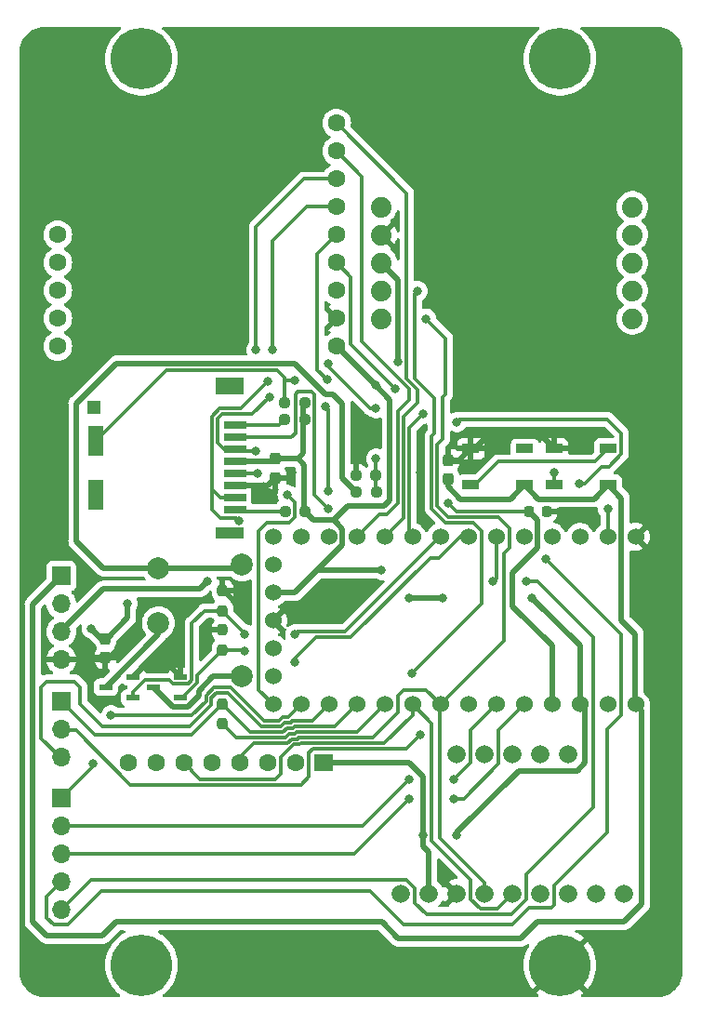
<source format=gbr>
%TF.GenerationSoftware,KiCad,Pcbnew,7.0.10-7.0.10~ubuntu22.04.1*%
%TF.CreationDate,2025-01-30T16:28:08-05:00*%
%TF.ProjectId,board_one_teensy_22,626f6172-645f-46f6-9e65-5f7465656e73,rev?*%
%TF.SameCoordinates,Original*%
%TF.FileFunction,Copper,L1,Top*%
%TF.FilePolarity,Positive*%
%FSLAX46Y46*%
G04 Gerber Fmt 4.6, Leading zero omitted, Abs format (unit mm)*
G04 Created by KiCad (PCBNEW 7.0.10-7.0.10~ubuntu22.04.1) date 2025-01-30 16:28:08*
%MOMM*%
%LPD*%
G01*
G04 APERTURE LIST*
G04 Aperture macros list*
%AMRoundRect*
0 Rectangle with rounded corners*
0 $1 Rounding radius*
0 $2 $3 $4 $5 $6 $7 $8 $9 X,Y pos of 4 corners*
0 Add a 4 corners polygon primitive as box body*
4,1,4,$2,$3,$4,$5,$6,$7,$8,$9,$2,$3,0*
0 Add four circle primitives for the rounded corners*
1,1,$1+$1,$2,$3*
1,1,$1+$1,$4,$5*
1,1,$1+$1,$6,$7*
1,1,$1+$1,$8,$9*
0 Add four rect primitives between the rounded corners*
20,1,$1+$1,$2,$3,$4,$5,0*
20,1,$1+$1,$4,$5,$6,$7,0*
20,1,$1+$1,$6,$7,$8,$9,0*
20,1,$1+$1,$8,$9,$2,$3,0*%
G04 Aperture macros list end*
%TA.AperFunction,SMDPad,CuDef*%
%ADD10RoundRect,0.237500X-0.237500X0.250000X-0.237500X-0.250000X0.237500X-0.250000X0.237500X0.250000X0*%
%TD*%
%TA.AperFunction,SMDPad,CuDef*%
%ADD11R,2.000000X0.700000*%
%TD*%
%TA.AperFunction,SMDPad,CuDef*%
%ADD12R,1.400000X2.700000*%
%TD*%
%TA.AperFunction,SMDPad,CuDef*%
%ADD13R,2.600000X1.000000*%
%TD*%
%TA.AperFunction,SMDPad,CuDef*%
%ADD14R,2.600000X1.500000*%
%TD*%
%TA.AperFunction,SMDPad,CuDef*%
%ADD15R,1.200000X1.200000*%
%TD*%
%TA.AperFunction,ComponentPad*%
%ADD16C,3.600000*%
%TD*%
%TA.AperFunction,ConnectorPad*%
%ADD17C,5.600000*%
%TD*%
%TA.AperFunction,ComponentPad*%
%ADD18R,1.780000X1.600000*%
%TD*%
%TA.AperFunction,ComponentPad*%
%ADD19C,1.600000*%
%TD*%
%TA.AperFunction,SMDPad,CuDef*%
%ADD20RoundRect,0.088500X0.516500X0.206500X-0.516500X0.206500X-0.516500X-0.206500X0.516500X-0.206500X0*%
%TD*%
%TA.AperFunction,ComponentPad*%
%ADD21R,1.700000X1.700000*%
%TD*%
%TA.AperFunction,ComponentPad*%
%ADD22O,1.700000X1.700000*%
%TD*%
%TA.AperFunction,SMDPad,CuDef*%
%ADD23RoundRect,0.237500X0.237500X-0.300000X0.237500X0.300000X-0.237500X0.300000X-0.237500X-0.300000X0*%
%TD*%
%TA.AperFunction,ComponentPad*%
%ADD24C,2.000000*%
%TD*%
%TA.AperFunction,SMDPad,CuDef*%
%ADD25RoundRect,0.237500X0.237500X-0.250000X0.237500X0.250000X-0.237500X0.250000X-0.237500X-0.250000X0*%
%TD*%
%TA.AperFunction,ComponentPad*%
%ADD26C,1.665000*%
%TD*%
%TA.AperFunction,SMDPad,CuDef*%
%ADD27RoundRect,0.237500X0.250000X0.237500X-0.250000X0.237500X-0.250000X-0.237500X0.250000X-0.237500X0*%
%TD*%
%TA.AperFunction,SMDPad,CuDef*%
%ADD28RoundRect,0.237500X-0.250000X-0.237500X0.250000X-0.237500X0.250000X0.237500X-0.250000X0.237500X0*%
%TD*%
%TA.AperFunction,ComponentPad*%
%ADD29C,1.530000*%
%TD*%
%TA.AperFunction,ComponentPad*%
%ADD30C,1.879600*%
%TD*%
%TA.AperFunction,SMDPad,CuDef*%
%ADD31R,1.500000X0.900000*%
%TD*%
%TA.AperFunction,SMDPad,CuDef*%
%ADD32RoundRect,0.225000X0.225000X0.250000X-0.225000X0.250000X-0.225000X-0.250000X0.225000X-0.250000X0*%
%TD*%
%TA.AperFunction,SMDPad,CuDef*%
%ADD33RoundRect,0.237500X-0.237500X0.300000X-0.237500X-0.300000X0.237500X-0.300000X0.237500X0.300000X0*%
%TD*%
%TA.AperFunction,ViaPad*%
%ADD34C,0.800000*%
%TD*%
%TA.AperFunction,Conductor*%
%ADD35C,0.500000*%
%TD*%
%TA.AperFunction,Conductor*%
%ADD36C,0.300000*%
%TD*%
G04 APERTURE END LIST*
D10*
%TO.P,R7,1*%
%TO.N,GND*%
X125984000Y-105259500D03*
%TO.P,R7,2*%
%TO.N,/BUZZER 1*%
X125984000Y-107084500D03*
%TD*%
D11*
%TO.P,J1,1,DAT2*%
%TO.N,Net-(J1-DAT2)*%
X127100000Y-86650000D03*
%TO.P,J1,2,DAT3/CD*%
%TO.N,/SD_CS*%
X127100000Y-87750000D03*
%TO.P,J1,3,CMD*%
%TO.N,/MOSI*%
X127100000Y-88850000D03*
%TO.P,J1,4,VDD*%
%TO.N,/3.3V*%
X127100000Y-89950000D03*
%TO.P,J1,5,CLK*%
%TO.N,/SD_SCK*%
X127100000Y-91050000D03*
%TO.P,J1,6,VSS*%
%TO.N,GND*%
X127100000Y-92150000D03*
%TO.P,J1,7,DAT0*%
%TO.N,/MISO*%
X127100000Y-93250000D03*
%TO.P,J1,8,DAT1*%
%TO.N,Net-(J1-DAT1)*%
X127100000Y-94350000D03*
D12*
%TO.P,J1,9,DET_A*%
%TO.N,/SD_DETECT*%
X114400000Y-88050000D03*
D13*
%TO.P,J1,S1*%
%TO.N,N/C*%
X126600000Y-96450000D03*
D14*
%TO.P,J1,S2*%
X126600000Y-83100000D03*
D12*
%TO.P,J1,S3*%
X114400000Y-92950000D03*
D15*
%TO.P,J1,S5*%
X114300000Y-85000000D03*
%TD*%
D16*
%TO.P,H2,1*%
%TO.N,N/C*%
X156700000Y-53300000D03*
D17*
X156700000Y-53300000D03*
%TD*%
D18*
%TO.P,U3,1,VIN*%
%TO.N,/3.3V*%
X135190000Y-117348000D03*
D19*
%TO.P,U3,2,3VO*%
%TO.N,unconnected-(U3-3VO-Pad2)*%
X132650000Y-117348000D03*
%TO.P,U3,3,GND*%
%TO.N,GND*%
X130110000Y-117348000D03*
%TO.P,U3,4,SCK/SCL*%
%TO.N,/SCL*%
X127570000Y-117348000D03*
%TO.P,U3,5,SDO/ADR*%
%TO.N,unconnected-(U3-SDO{slash}ADR-Pad5)*%
X125030000Y-117348000D03*
%TO.P,U3,6,SDI/SDA*%
%TO.N,/SDA*%
X122490000Y-117348000D03*
%TO.P,U3,7,~{CS}*%
%TO.N,unconnected-(U3-~{CS}-Pad7)*%
X119950000Y-117348000D03*
%TO.P,U3,8,INT*%
%TO.N,unconnected-(U3-INT-Pad8)*%
X117410000Y-117348000D03*
%TD*%
D20*
%TO.P,Q1,1*%
%TO.N,/BUZZER 1*%
X122159000Y-111440000D03*
%TO.P,Q1,2*%
%TO.N,GND*%
X122159000Y-109540000D03*
%TO.P,Q1,3*%
%TO.N,Net-(U5-N)*%
X119649000Y-110490000D03*
%TD*%
D21*
%TO.P,Pyro1,1,Pin_1*%
%TO.N,/CONT 2*%
X111300000Y-120580000D03*
D22*
%TO.P,Pyro1,2,Pin_2*%
%TO.N,/CONT 1*%
X111300000Y-123120000D03*
%TO.P,Pyro1,3,Pin_3*%
%TO.N,/ARM*%
X111300000Y-125660000D03*
%TO.P,Pyro1,4,Pin_4*%
%TO.N,/PYRO 1*%
X111300000Y-128200000D03*
%TO.P,Pyro1,5,Pin_5*%
%TO.N,/PYRO 2*%
X111300000Y-130740000D03*
%TD*%
D16*
%TO.P,H3,1*%
%TO.N,N/C*%
X118600000Y-135800000D03*
D17*
X118600000Y-135800000D03*
%TD*%
D23*
%TO.P,C3,1*%
%TO.N,GND*%
X130810000Y-91409500D03*
%TO.P,C3,2*%
%TO.N,/3.3V*%
X130810000Y-89684500D03*
%TD*%
D16*
%TO.P,H4,1,GND*%
%TO.N,GND*%
X156700000Y-135800000D03*
D17*
X156700000Y-135800000D03*
%TD*%
D24*
%TO.P,U6,1,P*%
%TO.N,/VBAT*%
X120142000Y-99648000D03*
%TO.P,U6,2,N*%
%TO.N,Net-(U6-N)*%
X120142000Y-104648000D03*
%TD*%
D19*
%TO.P,U4,1,VIN*%
%TO.N,/3.3V*%
X136365000Y-79460000D03*
%TO.P,U4,2,GND*%
%TO.N,GND*%
X136365000Y-76920000D03*
%TO.P,U4,3,EN*%
%TO.N,unconnected-(U4-EN-Pad3)*%
X136365000Y-74380000D03*
%TO.P,U4,4,G0*%
%TO.N,/RX 5*%
X136365000Y-71840000D03*
%TO.P,U4,5,SCK*%
%TO.N,/SD_SCK*%
X136365000Y-69300000D03*
%TO.P,U4,6,MISO*%
%TO.N,/MISO*%
X136365000Y-66760000D03*
%TO.P,U4,7,MOSI*%
%TO.N,/MOSI*%
X136365000Y-64220000D03*
%TO.P,U4,8,CS*%
%TO.N,/CS 1*%
X136365000Y-61680000D03*
%TO.P,U4,9,RST*%
%TO.N,/Radio_RST*%
X136365000Y-59140000D03*
%TO.P,U4,10,G5*%
%TO.N,unconnected-(U4-G5-Pad10)*%
X110965000Y-69300000D03*
%TO.P,U4,11,G4*%
%TO.N,unconnected-(U4-G4-Pad11)*%
X110965000Y-71840000D03*
%TO.P,U4,12,G3*%
%TO.N,unconnected-(U4-G3-Pad12)*%
X110965000Y-74380000D03*
%TO.P,U4,13,G2*%
%TO.N,unconnected-(U4-G2-Pad13)*%
X110965000Y-76920000D03*
%TO.P,U4,14,G1*%
%TO.N,unconnected-(U4-G1-Pad14)*%
X110965000Y-79460000D03*
%TD*%
D25*
%TO.P,R6,1*%
%TO.N,Net-(R6-Pad1)*%
X125984000Y-113839000D03*
%TO.P,R6,2*%
%TO.N,/UART*%
X125984000Y-112014000D03*
%TD*%
D26*
%TO.P,J3,1,VIN*%
%TO.N,unconnected-(J3-VIN-Pad1)*%
X142240000Y-129286000D03*
%TO.P,J3,2,3V3*%
%TO.N,/3.3V*%
X144780000Y-129286000D03*
%TO.P,J3,3,GND*%
%TO.N,GND*%
X147320000Y-129286000D03*
%TO.P,J3,4,SCL*%
%TO.N,/SCL*%
X149860000Y-129286000D03*
%TO.P,J3,5,SDA*%
%TO.N,/SDA*%
X152400000Y-129286000D03*
%TO.P,J3,6,CSAG*%
%TO.N,unconnected-(J3-CSAG-Pad6)*%
X154940000Y-129286000D03*
%TO.P,J3,7,CSM*%
%TO.N,unconnected-(J3-CSM-Pad7)*%
X157480000Y-129286000D03*
%TO.P,J3,8,SDOAG*%
%TO.N,unconnected-(J3-SDOAG-Pad8)*%
X160020000Y-129286000D03*
%TO.P,J3,9,SDOM*%
%TO.N,unconnected-(J3-SDOM-Pad9)*%
X162560000Y-129286000D03*
%TO.P,J3,10,INTM*%
%TO.N,unconnected-(J3-INTM-Pad10)*%
X157480000Y-116586000D03*
%TO.P,J3,11,DRDY*%
%TO.N,unconnected-(J3-DRDY-Pad11)*%
X154940000Y-116586000D03*
%TO.P,J3,12,INT1*%
%TO.N,unconnected-(J3-INT1-Pad12)*%
X152400000Y-116586000D03*
%TO.P,J3,13,INT2*%
%TO.N,unconnected-(J3-INT2-Pad13)*%
X149860000Y-116586000D03*
%TO.P,J3,14,DEN*%
%TO.N,unconnected-(J3-DEN-Pad14)*%
X147320000Y-116586000D03*
%TD*%
D27*
%TO.P,R3,1*%
%TO.N,/3.3V*%
X133437500Y-86072000D03*
%TO.P,R3,2*%
%TO.N,Net-(J1-DAT2)*%
X131612500Y-86072000D03*
%TD*%
D28*
%TO.P,R1,1*%
%TO.N,/SD_DETECT*%
X131612500Y-84582000D03*
%TO.P,R1,2*%
%TO.N,/3.3V*%
X133437500Y-84582000D03*
%TD*%
D29*
%TO.P,U1,0,0*%
%TO.N,/NEOPIXEL*%
X161060000Y-96800000D03*
%TO.P,U1,1,1*%
%TO.N,/SD_DETECT*%
X158520000Y-96800000D03*
%TO.P,U1,2,2*%
%TO.N,unconnected-(U1-Pad2)*%
X155980000Y-96800000D03*
%TO.P,U1,3,3*%
%TO.N,/PYRO 1*%
X153440000Y-96800000D03*
%TO.P,U1,3.3V_1,3.3V_1*%
%TO.N,/3.3V*%
X130580000Y-101880000D03*
%TO.P,U1,3.3V_2,3.3V_2*%
X158520000Y-112040000D03*
%TO.P,U1,4,4*%
%TO.N,/PYRO 2*%
X150900000Y-96800000D03*
%TO.P,U1,5,5*%
%TO.N,/BUZZER 1*%
X148360000Y-96800000D03*
%TO.P,U1,6,6*%
%TO.N,/BUZZER 2*%
X145820000Y-96800000D03*
%TO.P,U1,7,7*%
%TO.N,/RX 5*%
X143280000Y-96800000D03*
%TO.P,U1,8,8*%
%TO.N,/Radio_RST*%
X140740000Y-96800000D03*
%TO.P,U1,9,9*%
%TO.N,/CS 1*%
X138200000Y-96800000D03*
%TO.P,U1,10,10*%
%TO.N,/SD_CS*%
X135660000Y-96800000D03*
%TO.P,U1,11,11*%
%TO.N,/MOSI*%
X133120000Y-96800000D03*
%TO.P,U1,12,12*%
%TO.N,/MISO*%
X130580000Y-96800000D03*
%TO.P,U1,13,13*%
%TO.N,/SD_SCK*%
X130580000Y-112040000D03*
%TO.P,U1,14,14*%
%TO.N,/CONT 2*%
X133120000Y-112040000D03*
%TO.P,U1,15,15*%
%TO.N,/STEP*%
X135660000Y-112040000D03*
%TO.P,U1,16,16*%
%TO.N,/UART*%
X138200000Y-112040000D03*
%TO.P,U1,17,17*%
%TO.N,Net-(R6-Pad1)*%
X140740000Y-112040000D03*
%TO.P,U1,18,18*%
%TO.N,/SDA*%
X143280000Y-112040000D03*
%TO.P,U1,19,19*%
%TO.N,/SCL*%
X145820000Y-112040000D03*
%TO.P,U1,20,20*%
%TO.N,/DIR*%
X148360000Y-112040000D03*
%TO.P,U1,21,21*%
%TO.N,/CONT 1*%
X150900000Y-112040000D03*
%TO.P,U1,22,22*%
%TO.N,/ARM*%
X153440000Y-112040000D03*
%TO.P,U1,23,23*%
%TO.N,/V_Mon*%
X155980000Y-112040000D03*
%TO.P,U1,G1,G1*%
%TO.N,GND*%
X163600000Y-96800000D03*
%TO.P,U1,G2,G2*%
X130580000Y-104420000D03*
%TO.P,U1,G3,G3*%
X161060000Y-112040000D03*
%TO.P,U1,ON-OFF,ON/OFF*%
%TO.N,unconnected-(U1-ON{slash}OFF-PadON-OFF)*%
X130580000Y-109500000D03*
%TO.P,U1,PGM,PROGRAM*%
%TO.N,unconnected-(U1-PROGRAM-PadPGM)*%
X130580000Y-106960000D03*
%TO.P,U1,VBAT,VBAT*%
%TO.N,unconnected-(U1-PadVBAT)*%
X130580000Y-99340000D03*
%TO.P,U1,VIN,VIN*%
%TO.N,/5V*%
X163600000Y-112040000D03*
%TD*%
D30*
%TO.P,U2,1,WAKE*%
%TO.N,unconnected-(U2-WAKE-Pad1)*%
X163293500Y-66770000D03*
%TO.P,U2,2,RST*%
%TO.N,unconnected-(U2-RST-Pad2)*%
X163293500Y-69310000D03*
%TO.P,U2,3,PPS*%
%TO.N,unconnected-(U2-PPS-Pad3)*%
X163293500Y-71850000D03*
%TO.P,U2,4,RX*%
%TO.N,unconnected-(U2-RX-Pad4)*%
X163293500Y-74390000D03*
%TO.P,U2,5,TX*%
%TO.N,unconnected-(U2-TX-Pad5)*%
X163293500Y-76930000D03*
%TO.P,U2,6,INT*%
%TO.N,unconnected-(U2-INT-Pad6)*%
X140433500Y-66770000D03*
%TO.P,U2,7,GND*%
%TO.N,GND*%
X140433500Y-69310000D03*
%TO.P,U2,8,3.3V*%
%TO.N,/3.3V*%
X140433500Y-71850000D03*
%TO.P,U2,9,SDA*%
%TO.N,/SDA*%
X140433500Y-74390000D03*
%TO.P,U2,10,SCL*%
%TO.N,/SCL*%
X140433500Y-76930000D03*
%TD*%
D20*
%TO.P,Q2,1*%
%TO.N,/BUZZER 2*%
X117841000Y-111440000D03*
%TO.P,Q2,2*%
%TO.N,GND*%
X117841000Y-109540000D03*
%TO.P,Q2,3*%
%TO.N,Net-(U6-N)*%
X115331000Y-110490000D03*
%TD*%
D21*
%TO.P,Power1,1,Pin_1*%
%TO.N,/5V*%
X111290000Y-100360000D03*
D22*
%TO.P,Power1,2,Pin_2*%
%TO.N,/VBAT*%
X111290000Y-102900000D03*
%TO.P,Power1,3,Pin_3*%
%TO.N,/3.3V*%
X111290000Y-105440000D03*
%TO.P,Power1,4,Pin_4*%
%TO.N,GND*%
X111290000Y-107980000D03*
%TD*%
D28*
%TO.P,R2,1*%
%TO.N,Net-(J1-DAT1)*%
X131662500Y-94488000D03*
%TO.P,R2,2*%
%TO.N,/3.3V*%
X133487500Y-94488000D03*
%TD*%
D31*
%TO.P,D3,1,VDD*%
%TO.N,/5V*%
X153490000Y-92074000D03*
%TO.P,D3,2,DOUT*%
%TO.N,unconnected-(D3-DOUT-Pad2)*%
X153490000Y-88774000D03*
%TO.P,D3,3,VSS*%
%TO.N,GND*%
X148590000Y-88774000D03*
%TO.P,D3,4,DIN*%
%TO.N,Net-(D3-DIN)*%
X148590000Y-92074000D03*
%TD*%
D10*
%TO.P,R8,1*%
%TO.N,GND*%
X125984000Y-101703500D03*
%TO.P,R8,2*%
%TO.N,/BUZZER 2*%
X125984000Y-103528500D03*
%TD*%
D27*
%TO.P,R5,1*%
%TO.N,/V_Mon*%
X139954000Y-91186000D03*
%TO.P,R5,2*%
%TO.N,GND*%
X138129000Y-91186000D03*
%TD*%
D16*
%TO.P,H1,1*%
%TO.N,N/C*%
X118600000Y-53300000D03*
D17*
X118600000Y-53300000D03*
%TD*%
D21*
%TO.P,Stepper1,1,Pin_1*%
%TO.N,/UART*%
X111300000Y-111760000D03*
D22*
%TO.P,Stepper1,2,Pin_2*%
%TO.N,/DIR*%
X111300000Y-114300000D03*
%TO.P,Stepper1,3,Pin_3*%
%TO.N,/STEP*%
X111300000Y-116840000D03*
%TD*%
D31*
%TO.P,D5,1,VDD*%
%TO.N,/5V*%
X161090000Y-92074000D03*
%TO.P,D5,2,DOUT*%
%TO.N,Net-(D3-DIN)*%
X161090000Y-88774000D03*
%TO.P,D5,3,VSS*%
%TO.N,GND*%
X156190000Y-88774000D03*
%TO.P,D5,4,DIN*%
%TO.N,/NEOPIXEL*%
X156190000Y-92074000D03*
%TD*%
D32*
%TO.P,C4,1*%
%TO.N,GND*%
X155474000Y-94488000D03*
%TO.P,C4,2*%
%TO.N,/V_Mon*%
X153924000Y-94488000D03*
%TD*%
D28*
%TO.P,R4,1*%
%TO.N,/VBAT*%
X138135000Y-92682000D03*
%TO.P,R4,2*%
%TO.N,/V_Mon*%
X139960000Y-92682000D03*
%TD*%
D33*
%TO.P,C1,1*%
%TO.N,/VBAT*%
X115316000Y-106071500D03*
%TO.P,C1,2*%
%TO.N,GND*%
X115316000Y-107796500D03*
%TD*%
%TO.P,C2,1*%
%TO.N,GND*%
X146540000Y-89816500D03*
%TO.P,C2,2*%
%TO.N,/5V*%
X146540000Y-91541500D03*
%TD*%
D24*
%TO.P,U5,1,P*%
%TO.N,/VBAT*%
X127762000Y-99314000D03*
%TO.P,U5,2,N*%
%TO.N,Net-(U5-N)*%
X127762000Y-109514000D03*
%TD*%
D34*
%TO.N,GND*%
X138176000Y-89408000D03*
X124460000Y-105156000D03*
X132334000Y-90932000D03*
X144526000Y-95250000D03*
X128016000Y-103632000D03*
X117602000Y-105918000D03*
X151384000Y-87630000D03*
X144018000Y-90932000D03*
X157226000Y-94742000D03*
X119888000Y-107950000D03*
%TO.N,/PYRO 1*%
X155448000Y-98806000D03*
%TO.N,/PYRO 2*%
X153670000Y-100838000D03*
X150622000Y-100838000D03*
%TO.N,/CONT 1*%
X143002000Y-118872000D03*
X147066000Y-118872000D03*
%TO.N,/CONT 2*%
X115824000Y-113030000D03*
X114173000Y-117475000D03*
%TO.N,/ARM*%
X147066000Y-120650000D03*
X143002000Y-120650000D03*
%TO.N,/MISO*%
X130075000Y-82675000D03*
X127508000Y-95350500D03*
X130556000Y-79756000D03*
%TO.N,/BUZZER 1*%
X132588000Y-108204000D03*
X128016000Y-107188000D03*
%TO.N,/SD_CS*%
X135636000Y-94234000D03*
%TO.N,/3.3V*%
X143002000Y-102362000D03*
X141986000Y-80884000D03*
X140462000Y-99822000D03*
X124570000Y-100850000D03*
X154178000Y-102362000D03*
X147320000Y-123952000D03*
X146050000Y-102362000D03*
X139900000Y-82970000D03*
X144272000Y-123952000D03*
%TO.N,/VBAT*%
X114046000Y-105156000D03*
X117348000Y-102870000D03*
%TO.N,/BUZZER 2*%
X132588000Y-105664000D03*
X128016000Y-105664000D03*
%TO.N,/SD_SCK*%
X131883409Y-92964000D03*
X129168000Y-91050000D03*
X135530000Y-82510000D03*
X135380000Y-84930000D03*
X135636000Y-92652591D03*
%TO.N,/MOSI*%
X129000000Y-88950000D03*
X130225000Y-84050000D03*
X129032000Y-79756000D03*
%TO.N,/DIR*%
X144018000Y-114808000D03*
%TO.N,/V_Mon*%
X146558000Y-93726000D03*
X139954000Y-89662000D03*
%TO.N,/RX 5*%
X144272000Y-85598000D03*
X141732000Y-83312000D03*
%TO.N,/NEOPIXEL*%
X161060000Y-94258000D03*
X156210000Y-90932000D03*
%TO.N,/SDA*%
X143256000Y-109220000D03*
X143764000Y-74422000D03*
%TO.N,/SCL*%
X144526000Y-76930000D03*
%TO.N,/SD_DETECT*%
X139954000Y-85090000D03*
X158496000Y-91948000D03*
X147320000Y-86360000D03*
X132588000Y-82550000D03*
X135636000Y-81026000D03*
%TD*%
D35*
%TO.N,GND*%
X130810000Y-91409500D02*
X131856500Y-91409500D01*
X131856500Y-91409500D02*
X132334000Y-90932000D01*
X126087500Y-101703500D02*
X125984000Y-101703500D01*
X138129000Y-91186000D02*
X138129000Y-89455000D01*
X148970000Y-88774000D02*
X148590000Y-88774000D01*
X155046000Y-87630000D02*
X150114000Y-87630000D01*
X119888000Y-107950000D02*
X119431000Y-107950000D01*
X115132500Y-107980000D02*
X115316000Y-107796500D01*
X119888000Y-107950000D02*
X120569000Y-107950000D01*
X144018000Y-94742000D02*
X144526000Y-95250000D01*
X130069500Y-92150000D02*
X127100000Y-92150000D01*
X130810000Y-91409500D02*
X130069500Y-92150000D01*
X115723500Y-107796500D02*
X117602000Y-105918000D01*
X156972000Y-94488000D02*
X157226000Y-94742000D01*
X146540000Y-89904000D02*
X147460000Y-89904000D01*
X150114000Y-87630000D02*
X148970000Y-88774000D01*
X115316000Y-107796500D02*
X115723500Y-107796500D01*
X128016000Y-103632000D02*
X126087500Y-101703500D01*
X155474000Y-94488000D02*
X156972000Y-94488000D01*
X156190000Y-88774000D02*
X155046000Y-87630000D01*
X138129000Y-89455000D02*
X138176000Y-89408000D01*
X144018000Y-90932000D02*
X144018000Y-94742000D01*
X120569000Y-107950000D02*
X122159000Y-109540000D01*
X119431000Y-107950000D02*
X117841000Y-109540000D01*
X156190000Y-88774000D02*
X155810000Y-88774000D01*
X147460000Y-89904000D02*
X148590000Y-88774000D01*
X124460000Y-105156000D02*
X124563500Y-105259500D01*
X111290000Y-107980000D02*
X115132500Y-107980000D01*
X124563500Y-105259500D02*
X125984000Y-105259500D01*
D36*
%TO.N,/PYRO 1*%
X161036000Y-114292000D02*
X161036000Y-123698000D01*
X109982000Y-129518000D02*
X111300000Y-128200000D01*
X162306000Y-113022000D02*
X161036000Y-114292000D01*
X139446000Y-129032000D02*
X114972682Y-129032000D01*
X110603318Y-132104000D02*
X109982000Y-131482682D01*
X156210000Y-130302000D02*
X155956000Y-130556000D01*
X152400000Y-132080000D02*
X142494000Y-132080000D01*
X162306000Y-105666000D02*
X162306000Y-113022000D01*
X161036000Y-123698000D02*
X156210000Y-128524000D01*
X155956000Y-130556000D02*
X153924000Y-130556000D01*
X109982000Y-131482682D02*
X109982000Y-129518000D01*
X114972682Y-129032000D02*
X111900682Y-132104000D01*
X155448000Y-98808000D02*
X155448000Y-98806000D01*
X162306000Y-105666000D02*
X155448000Y-98808000D01*
X111900682Y-132104000D02*
X110603318Y-132104000D01*
X156210000Y-128524000D02*
X156210000Y-130302000D01*
X153924000Y-130556000D02*
X152400000Y-132080000D01*
X142494000Y-132080000D02*
X139446000Y-129032000D01*
%TO.N,/PYRO 2*%
X154686000Y-100838000D02*
X159766000Y-105918000D01*
X153670000Y-100838000D02*
X154686000Y-100838000D01*
X153670000Y-127508000D02*
X153670000Y-129794000D01*
X143510000Y-128778000D02*
X142748000Y-128016000D01*
X153670000Y-129794000D02*
X152286061Y-131177939D01*
X143510000Y-130121348D02*
X143510000Y-128778000D01*
X142748000Y-128016000D02*
X114024000Y-128016000D01*
X159766000Y-121412000D02*
X153670000Y-127508000D01*
X144566591Y-131177939D02*
X143510000Y-130121348D01*
X159766000Y-105918000D02*
X159766000Y-121412000D01*
X150900000Y-100560000D02*
X150900000Y-96800000D01*
X152286061Y-131177939D02*
X144566591Y-131177939D01*
X150622000Y-100838000D02*
X150900000Y-100560000D01*
X114024000Y-128016000D02*
X111300000Y-130740000D01*
%TO.N,/CONT 1*%
X150900000Y-112040000D02*
X148590000Y-114350000D01*
X148590000Y-117348000D02*
X147066000Y-118872000D01*
X143002000Y-118872000D02*
X138754000Y-123120000D01*
X148590000Y-114350000D02*
X148590000Y-117348000D01*
X138754000Y-123120000D02*
X111300000Y-123120000D01*
%TO.N,/CONT 2*%
X124468000Y-111250542D02*
X124468000Y-111752000D01*
X129739107Y-113538000D02*
X126699107Y-110498000D01*
X114173000Y-117707000D02*
X111300000Y-120580000D01*
X131084470Y-113538000D02*
X129739107Y-113538000D01*
X125220542Y-110498000D02*
X124468000Y-111250542D01*
X124468000Y-111752000D02*
X123190000Y-113030000D01*
X131424470Y-113198000D02*
X131084470Y-113538000D01*
X123190000Y-113030000D02*
X115824000Y-113030000D01*
X114173000Y-117475000D02*
X114173000Y-117707000D01*
X131962000Y-113198000D02*
X131424470Y-113198000D01*
X126699107Y-110498000D02*
X125220542Y-110498000D01*
X133120000Y-112040000D02*
X131962000Y-113198000D01*
%TO.N,/ARM*%
X137992000Y-125660000D02*
X111300000Y-125660000D01*
X147955000Y-120650000D02*
X147066000Y-120650000D01*
X143002000Y-120650000D02*
X137992000Y-125660000D01*
X151130000Y-114350000D02*
X151130000Y-117475000D01*
X153440000Y-112040000D02*
X151130000Y-114350000D01*
X151130000Y-117475000D02*
X147955000Y-120650000D01*
%TO.N,Net-(J1-DAT2)*%
X131122000Y-86650000D02*
X131700000Y-86072000D01*
X127100000Y-86650000D02*
X131122000Y-86650000D01*
%TO.N,/MISO*%
X130075000Y-82675000D02*
X127625000Y-85125000D01*
X125717894Y-85125000D02*
X125000000Y-85842894D01*
X130556000Y-79756000D02*
X130556000Y-69850000D01*
X133646000Y-66760000D02*
X136365000Y-66760000D01*
X127625000Y-85125000D02*
X125717894Y-85125000D01*
X125800000Y-93250000D02*
X127100000Y-93250000D01*
X130556000Y-69850000D02*
X133646000Y-66760000D01*
X125000000Y-92450000D02*
X125800000Y-93250000D01*
X127207500Y-95050000D02*
X125750000Y-95050000D01*
X125750000Y-95050000D02*
X125000000Y-94300000D01*
X125000000Y-94300000D02*
X125000000Y-92450000D01*
X127508000Y-95350500D02*
X127207500Y-95050000D01*
X125000000Y-85842894D02*
X125000000Y-92450000D01*
%TO.N,/BUZZER 1*%
X132588000Y-107862500D02*
X134532500Y-105918000D01*
X137668000Y-105918000D02*
X144872000Y-98714000D01*
X122309240Y-111440000D02*
X122159000Y-111440000D01*
X127912500Y-107084500D02*
X125984000Y-107084500D01*
X123690000Y-109378500D02*
X123690000Y-110059240D01*
X147595000Y-96800000D02*
X148360000Y-96800000D01*
X123690000Y-110059240D02*
X122309240Y-111440000D01*
X128016000Y-107188000D02*
X127912500Y-107084500D01*
X145681000Y-98714000D02*
X147595000Y-96800000D01*
X134532500Y-105918000D02*
X137668000Y-105918000D01*
X144872000Y-98714000D02*
X145681000Y-98714000D01*
X132588000Y-108204000D02*
X132588000Y-107862500D01*
X125984000Y-107084500D02*
X123690000Y-109378500D01*
%TO.N,/SD_CS*%
X132600000Y-87364000D02*
X132214000Y-87750000D01*
X134366000Y-92964000D02*
X134366000Y-83824296D01*
X134366000Y-83824296D02*
X134107704Y-83566000D01*
X132842000Y-83566000D02*
X132600000Y-83808000D01*
X134107704Y-83566000D02*
X132842000Y-83566000D01*
X132214000Y-87750000D02*
X127100000Y-87750000D01*
X135636000Y-94234000D02*
X134366000Y-92964000D01*
X132600000Y-83808000D02*
X132600000Y-87364000D01*
D35*
%TO.N,/3.3V*%
X158254178Y-118077939D02*
X159002500Y-117329617D01*
X141224000Y-84319000D02*
X141224000Y-93472000D01*
X134249500Y-95250000D02*
X133400000Y-94400500D01*
X140716000Y-93980000D02*
X137414000Y-93980000D01*
X123870000Y-101550000D02*
X115112000Y-101550000D01*
X146050000Y-102362000D02*
X143002000Y-102362000D01*
X133350000Y-89199000D02*
X133350000Y-84582000D01*
X141986000Y-73402500D02*
X140433500Y-71850000D01*
X141986000Y-80884000D02*
X141986000Y-73402500D01*
X139875000Y-82970000D02*
X139900000Y-82970000D01*
X140462000Y-99822000D02*
X134620000Y-99822000D01*
X130544500Y-89950000D02*
X130810000Y-89684500D01*
X136365000Y-79460000D02*
X139875000Y-82970000D01*
X133400000Y-94400500D02*
X133400000Y-90220000D01*
X139900000Y-82995000D02*
X141224000Y-84319000D01*
X147320000Y-123952000D02*
X147320000Y-123698000D01*
X144272000Y-123952000D02*
X144272000Y-118618000D01*
X143002000Y-117348000D02*
X135190000Y-117348000D01*
X132562000Y-101880000D02*
X134620000Y-99822000D01*
X147320000Y-123698000D02*
X152940061Y-118077939D01*
X159002500Y-117329617D02*
X159002500Y-112522500D01*
X158520000Y-106704000D02*
X158520000Y-112040000D01*
X144272000Y-123952000D02*
X144272000Y-124968000D01*
X134620000Y-99822000D02*
X136906000Y-97536000D01*
X154178000Y-102362000D02*
X158520000Y-106704000D01*
X132864500Y-89684500D02*
X133350000Y-89199000D01*
X144780000Y-125476000D02*
X144780000Y-129286000D01*
X136906000Y-96093000D02*
X136317000Y-95504000D01*
X136144000Y-95250000D02*
X136063000Y-95250000D01*
X136317000Y-95504000D02*
X136063000Y-95250000D01*
X111290000Y-105372000D02*
X111290000Y-105440000D01*
X141224000Y-93472000D02*
X140716000Y-93980000D01*
X130580000Y-101880000D02*
X132562000Y-101880000D01*
X133400000Y-90220000D02*
X132864500Y-89684500D01*
X136063000Y-95250000D02*
X134249500Y-95250000D01*
X137414000Y-93980000D02*
X136144000Y-95250000D01*
X127100000Y-89950000D02*
X130544500Y-89950000D01*
X152940061Y-118077939D02*
X158254178Y-118077939D01*
X124570000Y-100850000D02*
X123870000Y-101550000D01*
X136906000Y-97536000D02*
X136906000Y-96093000D01*
X144272000Y-118618000D02*
X143002000Y-117348000D01*
X132864500Y-89684500D02*
X130810000Y-89684500D01*
X159002500Y-112522500D02*
X158520000Y-112040000D01*
X115112000Y-101550000D02*
X111290000Y-105372000D01*
X144272000Y-124968000D02*
X144780000Y-125476000D01*
X139900000Y-82970000D02*
X139900000Y-82995000D01*
%TO.N,/VBAT*%
X136906000Y-84709000D02*
X136906000Y-91453000D01*
X115416500Y-106071500D02*
X115316000Y-106071500D01*
X114046000Y-105156000D02*
X114961500Y-106071500D01*
X132588000Y-81026000D02*
X135382000Y-83820000D01*
X115142000Y-99648000D02*
X112690000Y-97196000D01*
X127762000Y-99314000D02*
X127428000Y-99648000D01*
X135382000Y-83820000D02*
X136017000Y-83820000D01*
X127428000Y-99648000D02*
X120142000Y-99648000D01*
X112690000Y-84668000D02*
X116332000Y-81026000D01*
X116332000Y-81026000D02*
X132588000Y-81026000D01*
X136906000Y-91453000D02*
X138135000Y-92682000D01*
X120142000Y-99648000D02*
X115142000Y-99648000D01*
X117348000Y-104140000D02*
X115416500Y-106071500D01*
X117348000Y-102870000D02*
X117348000Y-104140000D01*
X112690000Y-97196000D02*
X112690000Y-84668000D01*
X136017000Y-83820000D02*
X136906000Y-84709000D01*
X114961500Y-106071500D02*
X115316000Y-106071500D01*
D36*
%TO.N,/BUZZER 2*%
X128016000Y-105560500D02*
X125984000Y-103528500D01*
X117841000Y-110954866D02*
X117841000Y-111440000D01*
X132588000Y-105664000D02*
X132842000Y-105410000D01*
X121120866Y-109845000D02*
X118950866Y-109845000D01*
X132842000Y-105410000D02*
X137160000Y-105410000D01*
X123190000Y-109852134D02*
X122857134Y-110185000D01*
X123190000Y-104648000D02*
X123190000Y-109852134D01*
X121460866Y-110185000D02*
X121120866Y-109845000D01*
X125984000Y-103528500D02*
X124309500Y-103528500D01*
X137160000Y-105410000D02*
X145770000Y-96800000D01*
X122857134Y-110185000D02*
X121460866Y-110185000D01*
X145770000Y-96800000D02*
X145820000Y-96800000D01*
X124309500Y-103528500D02*
X123190000Y-104648000D01*
X128016000Y-105664000D02*
X128016000Y-105560500D01*
X118950866Y-109845000D02*
X117841000Y-110954866D01*
%TO.N,/SD_SCK*%
X131883409Y-92964000D02*
X132588000Y-93668591D01*
X132588000Y-93668591D02*
X132588000Y-94996000D01*
X135530000Y-82460000D02*
X135530000Y-82510000D01*
X135530000Y-82510000D02*
X134620000Y-81600000D01*
X129286000Y-110744000D02*
X129285000Y-110745000D01*
X129168000Y-91050000D02*
X127100000Y-91050000D01*
X135380000Y-84930000D02*
X135370000Y-84930000D01*
X132080000Y-95504000D02*
X130048000Y-95504000D01*
X134620000Y-81600000D02*
X134620000Y-71045000D01*
X129286000Y-96266000D02*
X129286000Y-110744000D01*
X130048000Y-95504000D02*
X129286000Y-96266000D01*
X135370000Y-84930000D02*
X135370000Y-84930000D01*
X132588000Y-94996000D02*
X132080000Y-95504000D01*
X129285000Y-110745000D02*
X130580000Y-112040000D01*
X135636000Y-85196000D02*
X135380000Y-84940000D01*
X134620000Y-71045000D02*
X136365000Y-69300000D01*
X135380000Y-84940000D02*
X135380000Y-84930000D01*
X135636000Y-92652591D02*
X135636000Y-85196000D01*
%TO.N,/MOSI*%
X129032000Y-79756000D02*
X129032000Y-68580000D01*
X126150000Y-88850000D02*
X127100000Y-88850000D01*
X133392000Y-64220000D02*
X136365000Y-64220000D01*
X125925000Y-85625000D02*
X125500000Y-86050000D01*
X129000000Y-88950000D02*
X127200000Y-88950000D01*
X130225000Y-84050000D02*
X128650000Y-85625000D01*
X125500000Y-88200000D02*
X126150000Y-88850000D01*
X127200000Y-88950000D02*
X127100000Y-88850000D01*
X129032000Y-68580000D02*
X133392000Y-64220000D01*
X125500000Y-86050000D02*
X125500000Y-88200000D01*
X128650000Y-85625000D02*
X125925000Y-85625000D01*
D35*
%TO.N,/5V*%
X108712000Y-102938000D02*
X108712000Y-131826000D01*
X159810000Y-93354000D02*
X154770000Y-93354000D01*
X163576000Y-105664000D02*
X162306000Y-104394000D01*
X146540000Y-92240396D02*
X147653604Y-93354000D01*
X164137536Y-130248464D02*
X164137536Y-112577536D01*
X111290000Y-100360000D02*
X108712000Y-102938000D01*
X163576000Y-112016000D02*
X163576000Y-105664000D01*
X164137536Y-112577536D02*
X163600000Y-112040000D01*
X146540000Y-91454000D02*
X146540000Y-92240396D01*
X161090000Y-92074000D02*
X159810000Y-93354000D01*
X115062000Y-133096000D02*
X116288736Y-131869264D01*
X141986000Y-133350000D02*
X153162000Y-133350000D01*
X147653604Y-93354000D02*
X152210000Y-93354000D01*
X154686000Y-131826000D02*
X162560000Y-131826000D01*
X153162000Y-133350000D02*
X154686000Y-131826000D01*
X162306000Y-93290000D02*
X161090000Y-92074000D01*
X108712000Y-131826000D02*
X109982000Y-133096000D01*
X140505264Y-131869264D02*
X141986000Y-133350000D01*
X116288736Y-131869264D02*
X140505264Y-131869264D01*
X162560000Y-131826000D02*
X164137536Y-130248464D01*
X154770000Y-93354000D02*
X153490000Y-92074000D01*
X163600000Y-112040000D02*
X163576000Y-112016000D01*
X162306000Y-104394000D02*
X162306000Y-93290000D01*
X109982000Y-133096000D02*
X115062000Y-133096000D01*
X152210000Y-93354000D02*
X153490000Y-92074000D01*
D36*
%TO.N,Net-(J1-DAT1)*%
X127238000Y-94488000D02*
X131662500Y-94488000D01*
X127100000Y-94350000D02*
X127238000Y-94488000D01*
%TO.N,/STEP*%
X135660000Y-112040000D02*
X134162000Y-113538000D01*
X124968000Y-111457648D02*
X124968000Y-112068894D01*
X109474000Y-110490000D02*
X109474000Y-115124000D01*
X122990894Y-114046000D02*
X115062000Y-114046000D01*
X134162000Y-113538000D02*
X132329106Y-113538000D01*
X132329106Y-113538000D02*
X132169106Y-113698000D01*
X124968000Y-112068894D02*
X122990894Y-114046000D01*
X113030000Y-110490000D02*
X112522000Y-109982000D01*
X115062000Y-114046000D02*
X113030000Y-112014000D01*
X131631576Y-113698000D02*
X131283576Y-114046000D01*
X113030000Y-112014000D02*
X113030000Y-110490000D01*
X109982000Y-109982000D02*
X109474000Y-110490000D01*
X126492000Y-110998000D02*
X125427648Y-110998000D01*
X112522000Y-109982000D02*
X109982000Y-109982000D01*
X131283576Y-114046000D02*
X129540000Y-114046000D01*
X125427648Y-110998000D02*
X124968000Y-111457648D01*
X132169106Y-113698000D02*
X131631576Y-113698000D01*
X129540000Y-114046000D02*
X126492000Y-110998000D01*
X109474000Y-115124000D02*
X111300000Y-116950000D01*
%TO.N,/DIR*%
X117594000Y-119372000D02*
X112632000Y-114410000D01*
X144018000Y-114808000D02*
X142748000Y-116078000D01*
X142748000Y-116078000D02*
X134204000Y-116078000D01*
X134204000Y-116078000D02*
X133858000Y-116424000D01*
X133858000Y-118618000D02*
X133104000Y-119372000D01*
X133104000Y-119372000D02*
X117594000Y-119372000D01*
X133858000Y-116424000D02*
X133858000Y-118618000D01*
X112632000Y-114410000D02*
X111300000Y-114410000D01*
D35*
%TO.N,/V_Mon*%
X155980000Y-106704000D02*
X152400000Y-103124000D01*
X152400000Y-100076000D02*
X154686000Y-97790000D01*
D36*
X152400000Y-94488000D02*
X147320000Y-94488000D01*
D35*
X154686000Y-97790000D02*
X154686000Y-95250000D01*
X155980000Y-112040000D02*
X155980000Y-106704000D01*
X154686000Y-95250000D02*
X153924000Y-94488000D01*
D36*
X139954000Y-89662000D02*
X139954000Y-91186000D01*
D35*
X152400000Y-103124000D02*
X152400000Y-100076000D01*
D36*
X153924000Y-94488000D02*
X152400000Y-94488000D01*
X147320000Y-94488000D02*
X146558000Y-93726000D01*
X139954000Y-92676000D02*
X139960000Y-92682000D01*
X139954000Y-91186000D02*
X139954000Y-92676000D01*
%TO.N,/Radio_RST*%
X142494000Y-95046000D02*
X142494000Y-94742000D01*
X142748000Y-65523000D02*
X136365000Y-59140000D01*
X136365000Y-59149000D02*
X136365000Y-59140000D01*
X142748000Y-82350894D02*
X142748000Y-65523000D01*
X143764000Y-83366894D02*
X142748000Y-82350894D01*
X143764000Y-84582000D02*
X143764000Y-83366894D01*
X142486000Y-85860000D02*
X143764000Y-84582000D01*
X142494000Y-94742000D02*
X142486000Y-94734000D01*
X142486000Y-94734000D02*
X142486000Y-85860000D01*
X140740000Y-96800000D02*
X142494000Y-95046000D01*
%TO.N,/CS 1*%
X140258000Y-94742000D02*
X138200000Y-96800000D01*
X143002000Y-84328000D02*
X141986000Y-85344000D01*
X141986000Y-85344000D02*
X141986000Y-93726000D01*
X138684000Y-63999000D02*
X138684000Y-78994000D01*
X136365000Y-61680000D02*
X138684000Y-63999000D01*
X143002000Y-83312000D02*
X143002000Y-84328000D01*
X140970000Y-94742000D02*
X140258000Y-94742000D01*
X138684000Y-78994000D02*
X143002000Y-83312000D01*
X141986000Y-93726000D02*
X140970000Y-94742000D01*
%TO.N,/RX 5*%
X137668000Y-79248000D02*
X137668000Y-73143000D01*
X141732000Y-83312000D02*
X137668000Y-79248000D01*
X144272000Y-85598000D02*
X143002000Y-86868000D01*
X143002000Y-96522000D02*
X143280000Y-96800000D01*
X143002000Y-86868000D02*
X143002000Y-96522000D01*
X137668000Y-73143000D02*
X136365000Y-71840000D01*
%TO.N,/NEOPIXEL*%
X156210000Y-90932000D02*
X156210000Y-92054000D01*
X161060000Y-96800000D02*
X161060000Y-94258000D01*
X156210000Y-92054000D02*
X156190000Y-92074000D01*
X161036000Y-94234000D02*
X161060000Y-94258000D01*
%TO.N,Net-(D3-DIN)*%
X161090000Y-88774000D02*
X159910000Y-89954000D01*
X159910000Y-89954000D02*
X151090000Y-89954000D01*
X148970000Y-92074000D02*
X148590000Y-92074000D01*
X151090000Y-89954000D02*
X148970000Y-92074000D01*
%TO.N,/SDA*%
X122490000Y-117348000D02*
X123190000Y-118048000D01*
X123190000Y-118110000D02*
X123952000Y-118872000D01*
X143280000Y-113006000D02*
X143280000Y-112040000D01*
X152400000Y-129286000D02*
X151008061Y-130677939D01*
X143510000Y-74676000D02*
X143510000Y-82405786D01*
X140716000Y-115570000D02*
X143280000Y-113006000D01*
X123952000Y-118872000D02*
X130810000Y-118872000D01*
X143282000Y-112040000D02*
X143280000Y-112040000D01*
X148590000Y-128016000D02*
X145034000Y-124460000D01*
X132460000Y-115698000D02*
X132997532Y-115698000D01*
X146304000Y-95504000D02*
X148844000Y-95504000D01*
X145288000Y-87376000D02*
X145034000Y-87630000D01*
X148844000Y-95504000D02*
X149606000Y-96266000D01*
X132997532Y-115698000D02*
X133125532Y-115570000D01*
X131318000Y-118364000D02*
X131318000Y-116840000D01*
X145034000Y-94234000D02*
X146304000Y-95504000D01*
X145034000Y-113792000D02*
X143282000Y-112040000D01*
X149473939Y-130677939D02*
X148590000Y-129794000D01*
X133125532Y-115570000D02*
X140716000Y-115570000D01*
X145288000Y-84183786D02*
X145288000Y-87376000D01*
X130810000Y-118872000D02*
X131318000Y-118364000D01*
X145034000Y-124460000D02*
X145034000Y-113792000D01*
X145034000Y-87630000D02*
X145034000Y-94234000D01*
X143764000Y-74422000D02*
X143510000Y-74676000D01*
X143510000Y-82405786D02*
X145288000Y-84183786D01*
X148590000Y-129794000D02*
X148590000Y-128016000D01*
X131318000Y-116840000D02*
X132460000Y-115698000D01*
X149606000Y-96266000D02*
X149606000Y-102870000D01*
X123190000Y-118048000D02*
X123190000Y-118110000D01*
X149606000Y-102870000D02*
X143256000Y-109220000D01*
X151008061Y-130677939D02*
X149473939Y-130677939D01*
%TO.N,/SCL*%
X144526000Y-76930000D02*
X146304000Y-78708000D01*
X141986000Y-111252000D02*
X142494000Y-110744000D01*
X131880894Y-115570000D02*
X132252894Y-115198000D01*
X152146000Y-97790000D02*
X151638000Y-98298000D01*
X132252894Y-115198000D02*
X132790425Y-115198000D01*
X146304000Y-78708000D02*
X146304000Y-83820000D01*
X146558000Y-94996000D02*
X151130000Y-94996000D01*
X128840000Y-115570000D02*
X131880894Y-115570000D01*
X127570000Y-116840000D02*
X128840000Y-115570000D01*
X151130000Y-94996000D02*
X152146000Y-96012000D01*
X146050000Y-87884000D02*
X145542000Y-88392000D01*
X132790425Y-115198000D02*
X132926425Y-115062000D01*
X141986000Y-112776000D02*
X141986000Y-111252000D01*
X127570000Y-117348000D02*
X127570000Y-116840000D01*
X149860000Y-128270000D02*
X145788000Y-124198000D01*
X151638000Y-98298000D02*
X151638000Y-106222000D01*
X144524000Y-110744000D02*
X145820000Y-112040000D01*
X152146000Y-96012000D02*
X152146000Y-97790000D01*
X146304000Y-83820000D02*
X146050000Y-84074000D01*
X145542000Y-93980000D02*
X146558000Y-94996000D01*
X145788000Y-124198000D02*
X145788000Y-112072000D01*
X139700000Y-115062000D02*
X141986000Y-112776000D01*
X145542000Y-88392000D02*
X145542000Y-93980000D01*
X142494000Y-110744000D02*
X144524000Y-110744000D01*
X149860000Y-129286000D02*
X149860000Y-128270000D01*
X146050000Y-84074000D02*
X146050000Y-87884000D01*
X132926425Y-115062000D02*
X139700000Y-115062000D01*
X151638000Y-106222000D02*
X145820000Y-112040000D01*
X145788000Y-112072000D02*
X145820000Y-112040000D01*
%TO.N,/SD_DETECT*%
X131612500Y-82550000D02*
X131612500Y-84582000D01*
X130913166Y-81626000D02*
X131612500Y-82325334D01*
X132588000Y-82550000D02*
X131612500Y-82550000D01*
X147574000Y-86106000D02*
X161036000Y-86106000D01*
X161036000Y-86106000D02*
X162306000Y-87376000D01*
X114400000Y-88050000D02*
X120824000Y-81626000D01*
X161134976Y-90424000D02*
X160528000Y-90424000D01*
X135636000Y-81026000D02*
X135636000Y-81280000D01*
X135636000Y-81280000D02*
X139446000Y-85090000D01*
X160528000Y-90424000D02*
X159004000Y-91948000D01*
X139446000Y-85090000D02*
X139954000Y-85090000D01*
X162306000Y-87376000D02*
X162306000Y-89252976D01*
X120824000Y-81626000D02*
X130913166Y-81626000D01*
X159004000Y-91948000D02*
X158496000Y-91948000D01*
X131612500Y-82325334D02*
X131612500Y-82550000D01*
X162306000Y-89252976D02*
X161134976Y-90424000D01*
X147320000Y-86360000D02*
X147574000Y-86106000D01*
%TO.N,Net-(R6-Pad1)*%
X138226000Y-114554000D02*
X132727318Y-114554000D01*
X131681788Y-115062000D02*
X127207000Y-115062000D01*
X140740000Y-112040000D02*
X138226000Y-114554000D01*
X132045788Y-114698000D02*
X131681788Y-115062000D01*
X132583318Y-114698000D02*
X132045788Y-114698000D01*
X132727318Y-114554000D02*
X132583318Y-114698000D01*
X127207000Y-115062000D02*
X125984000Y-113839000D01*
%TO.N,/UART*%
X131838682Y-114198000D02*
X131482682Y-114554000D01*
X125984000Y-112014000D02*
X123190000Y-114808000D01*
X132376212Y-114198000D02*
X131838682Y-114198000D01*
X136186000Y-114054000D02*
X132520211Y-114054000D01*
X132520211Y-114054000D02*
X132376212Y-114198000D01*
X123190000Y-114808000D02*
X114348000Y-114808000D01*
X128524000Y-114554000D02*
X125984000Y-112014000D01*
X138200000Y-112040000D02*
X136186000Y-114054000D01*
X114348000Y-114808000D02*
X111300000Y-111760000D01*
X131482682Y-114554000D02*
X128524000Y-114554000D01*
D35*
%TO.N,Net-(U5-N)*%
X123805000Y-111278556D02*
X122815556Y-112268000D01*
X123805000Y-110792768D02*
X123805000Y-111278556D01*
X125083768Y-109514000D02*
X123805000Y-110792768D01*
X121427000Y-112268000D02*
X119649000Y-110490000D01*
X127762000Y-109514000D02*
X125083768Y-109514000D01*
X122815556Y-112268000D02*
X121427000Y-112268000D01*
%TO.N,Net-(U6-N)*%
X115331000Y-110490000D02*
X120142000Y-105679000D01*
X120142000Y-105679000D02*
X120142000Y-104648000D01*
%TD*%
%TA.AperFunction,Conductor*%
%TO.N,GND*%
G36*
X116674260Y-50395502D02*
G01*
X116720753Y-50449158D01*
X116730857Y-50519432D01*
X116701363Y-50584012D01*
X116682391Y-50601808D01*
X116454977Y-50774682D01*
X116454962Y-50774695D01*
X116194516Y-51021404D01*
X115962256Y-51294843D01*
X115760924Y-51591785D01*
X115760922Y-51591789D01*
X115592876Y-51908759D01*
X115592872Y-51908768D01*
X115460084Y-52242040D01*
X115364103Y-52587730D01*
X115306064Y-52941762D01*
X115286641Y-53299996D01*
X115286641Y-53300003D01*
X115306064Y-53658237D01*
X115364103Y-54012269D01*
X115460084Y-54357959D01*
X115460085Y-54357961D01*
X115592877Y-54691243D01*
X115760925Y-55008215D01*
X115962258Y-55305159D01*
X116194516Y-55578595D01*
X116454962Y-55825304D01*
X116454977Y-55825317D01*
X116740586Y-56042431D01*
X117047995Y-56227393D01*
X117373599Y-56378033D01*
X117713583Y-56492587D01*
X118063958Y-56569711D01*
X118420618Y-56608500D01*
X118420626Y-56608500D01*
X118779374Y-56608500D01*
X118779382Y-56608500D01*
X119136042Y-56569711D01*
X119486417Y-56492587D01*
X119826401Y-56378033D01*
X120152005Y-56227393D01*
X120459414Y-56042431D01*
X120745023Y-55825317D01*
X121005484Y-55578595D01*
X121237742Y-55305159D01*
X121439075Y-55008215D01*
X121607123Y-54691243D01*
X121739915Y-54357961D01*
X121835895Y-54012274D01*
X121893936Y-53658237D01*
X121913359Y-53300000D01*
X121893936Y-52941763D01*
X121840990Y-52618804D01*
X121835896Y-52587730D01*
X121799177Y-52455481D01*
X121739915Y-52242039D01*
X121607123Y-51908757D01*
X121439075Y-51591785D01*
X121237742Y-51294841D01*
X121005484Y-51021405D01*
X120949838Y-50968694D01*
X120745037Y-50774695D01*
X120745022Y-50774682D01*
X120656425Y-50707333D01*
X120517608Y-50601807D01*
X120475483Y-50544659D01*
X120470942Y-50473808D01*
X120505426Y-50411749D01*
X120567988Y-50378185D01*
X120593861Y-50375500D01*
X154706139Y-50375500D01*
X154774260Y-50395502D01*
X154820753Y-50449158D01*
X154830857Y-50519432D01*
X154801363Y-50584012D01*
X154782391Y-50601808D01*
X154554977Y-50774682D01*
X154554962Y-50774695D01*
X154294516Y-51021404D01*
X154062256Y-51294843D01*
X153860924Y-51591785D01*
X153860922Y-51591789D01*
X153692876Y-51908759D01*
X153692872Y-51908768D01*
X153560084Y-52242040D01*
X153464103Y-52587730D01*
X153406064Y-52941762D01*
X153386641Y-53299996D01*
X153386641Y-53300003D01*
X153406064Y-53658237D01*
X153464103Y-54012269D01*
X153560084Y-54357959D01*
X153560085Y-54357961D01*
X153692877Y-54691243D01*
X153860925Y-55008215D01*
X154062258Y-55305159D01*
X154294516Y-55578595D01*
X154554962Y-55825304D01*
X154554977Y-55825317D01*
X154840586Y-56042431D01*
X155147995Y-56227393D01*
X155473599Y-56378033D01*
X155813583Y-56492587D01*
X156163958Y-56569711D01*
X156520618Y-56608500D01*
X156520626Y-56608500D01*
X156879374Y-56608500D01*
X156879382Y-56608500D01*
X157236042Y-56569711D01*
X157586417Y-56492587D01*
X157926401Y-56378033D01*
X158252005Y-56227393D01*
X158559414Y-56042431D01*
X158845023Y-55825317D01*
X159105484Y-55578595D01*
X159337742Y-55305159D01*
X159539075Y-55008215D01*
X159707123Y-54691243D01*
X159839915Y-54357961D01*
X159935895Y-54012274D01*
X159993936Y-53658237D01*
X160013359Y-53300000D01*
X159993936Y-52941763D01*
X159940990Y-52618804D01*
X159935896Y-52587730D01*
X159899177Y-52455481D01*
X159839915Y-52242039D01*
X159707123Y-51908757D01*
X159539075Y-51591785D01*
X159337742Y-51294841D01*
X159105484Y-51021405D01*
X159049838Y-50968694D01*
X158845037Y-50774695D01*
X158845022Y-50774682D01*
X158756425Y-50707333D01*
X158617608Y-50601807D01*
X158575483Y-50544659D01*
X158570942Y-50473808D01*
X158605426Y-50411749D01*
X158667988Y-50378185D01*
X158693861Y-50375500D01*
X165552405Y-50375500D01*
X165596195Y-50375500D01*
X165603802Y-50375730D01*
X165862345Y-50391368D01*
X165877426Y-50393199D01*
X166128459Y-50439203D01*
X166143210Y-50442839D01*
X166386869Y-50518765D01*
X166401086Y-50524158D01*
X166633796Y-50628892D01*
X166647267Y-50635962D01*
X166865666Y-50767990D01*
X166878169Y-50776619D01*
X167079073Y-50934017D01*
X167090453Y-50944100D01*
X167270899Y-51124546D01*
X167280983Y-51135927D01*
X167438377Y-51336827D01*
X167447013Y-51349338D01*
X167579036Y-51567730D01*
X167586107Y-51581203D01*
X167690839Y-51813908D01*
X167696235Y-51828135D01*
X167772157Y-52071778D01*
X167775798Y-52086551D01*
X167821798Y-52337561D01*
X167823632Y-52352665D01*
X167839270Y-52611196D01*
X167839500Y-52618804D01*
X167839500Y-136431195D01*
X167839270Y-136438803D01*
X167823632Y-136697334D01*
X167821798Y-136712438D01*
X167775798Y-136963448D01*
X167772157Y-136978221D01*
X167696235Y-137221864D01*
X167690839Y-137236091D01*
X167586107Y-137468796D01*
X167579036Y-137482269D01*
X167447013Y-137700661D01*
X167438370Y-137713183D01*
X167280989Y-137914065D01*
X167270899Y-137925453D01*
X167090453Y-138105899D01*
X167079065Y-138115989D01*
X166878183Y-138273370D01*
X166865661Y-138282013D01*
X166647269Y-138414036D01*
X166633796Y-138421107D01*
X166401091Y-138525839D01*
X166386864Y-138531235D01*
X166143221Y-138607157D01*
X166128448Y-138610798D01*
X165877438Y-138656798D01*
X165862334Y-138658632D01*
X165644390Y-138671815D01*
X165603801Y-138674270D01*
X165596195Y-138674500D01*
X158758810Y-138674500D01*
X158690689Y-138654498D01*
X158644196Y-138600842D01*
X158634092Y-138530568D01*
X158663586Y-138465988D01*
X158682558Y-138448192D01*
X158844701Y-138324932D01*
X158855495Y-138314706D01*
X158855495Y-138314704D01*
X157640795Y-137100004D01*
X157643365Y-137098430D01*
X157834870Y-136934870D01*
X157998430Y-136743365D01*
X158000004Y-136740795D01*
X159211830Y-137952621D01*
X159211831Y-137952621D01*
X159337340Y-137804862D01*
X159337342Y-137804858D01*
X159538647Y-137507956D01*
X159538649Y-137507952D01*
X159706669Y-137191030D01*
X159706673Y-137191021D01*
X159839440Y-136857801D01*
X159935407Y-136512162D01*
X159993438Y-136158183D01*
X160012859Y-135800003D01*
X160012859Y-135799996D01*
X159993438Y-135441816D01*
X159935407Y-135087837D01*
X159839440Y-134742198D01*
X159706673Y-134408978D01*
X159706669Y-134408969D01*
X159538649Y-134092047D01*
X159538647Y-134092043D01*
X159337348Y-133795150D01*
X159211830Y-133647378D01*
X158000004Y-134859204D01*
X157998430Y-134856635D01*
X157834870Y-134665130D01*
X157643365Y-134501570D01*
X157640794Y-134499994D01*
X158855496Y-133285293D01*
X158855496Y-133285292D01*
X158844702Y-133275067D01*
X158844699Y-133275065D01*
X158559150Y-133057994D01*
X158559132Y-133057982D01*
X158251772Y-132873050D01*
X158251765Y-132873046D01*
X158147600Y-132824854D01*
X158094174Y-132778098D01*
X158074508Y-132709879D01*
X158094845Y-132641858D01*
X158148729Y-132595630D01*
X158200506Y-132584500D01*
X162495559Y-132584500D01*
X162513819Y-132585830D01*
X162519489Y-132586660D01*
X162537789Y-132589341D01*
X162587646Y-132584978D01*
X162598627Y-132584500D01*
X162604175Y-132584500D01*
X162604180Y-132584500D01*
X162635287Y-132580863D01*
X162638889Y-132580495D01*
X162714426Y-132573887D01*
X162714430Y-132573885D01*
X162721618Y-132572402D01*
X162721631Y-132572468D01*
X162728987Y-132570836D01*
X162728972Y-132570771D01*
X162736102Y-132569080D01*
X162736113Y-132569079D01*
X162807400Y-132543132D01*
X162810769Y-132541961D01*
X162882738Y-132518114D01*
X162882747Y-132518108D01*
X162889389Y-132515012D01*
X162889418Y-132515074D01*
X162896203Y-132511789D01*
X162896173Y-132511729D01*
X162902724Y-132508437D01*
X162902732Y-132508435D01*
X162966091Y-132466761D01*
X162969161Y-132464806D01*
X163033651Y-132425030D01*
X163033659Y-132425021D01*
X163039408Y-132420477D01*
X163039450Y-132420531D01*
X163045289Y-132415775D01*
X163045246Y-132415723D01*
X163050864Y-132411007D01*
X163050874Y-132411001D01*
X163102961Y-132355790D01*
X163105448Y-132353231D01*
X164628314Y-130830365D01*
X164642153Y-130818405D01*
X164661594Y-130803933D01*
X164693763Y-130765594D01*
X164701181Y-130757498D01*
X164705117Y-130753564D01*
X164724561Y-130728971D01*
X164726801Y-130726221D01*
X164775568Y-130668104D01*
X164775569Y-130668100D01*
X164775572Y-130668098D01*
X164779606Y-130661966D01*
X164779663Y-130662003D01*
X164783707Y-130655655D01*
X164783648Y-130655619D01*
X164787501Y-130649371D01*
X164787503Y-130649369D01*
X164819571Y-130580596D01*
X164821093Y-130577453D01*
X164855145Y-130509652D01*
X164855145Y-130509648D01*
X164855147Y-130509646D01*
X164857655Y-130502755D01*
X164857720Y-130502778D01*
X164860194Y-130495661D01*
X164860130Y-130495640D01*
X164862439Y-130488671D01*
X164877774Y-130414400D01*
X164878558Y-130410861D01*
X164896036Y-130337120D01*
X164896036Y-130337119D01*
X164896888Y-130329832D01*
X164896955Y-130329839D01*
X164897721Y-130322341D01*
X164897655Y-130322336D01*
X164898293Y-130315029D01*
X164898295Y-130315022D01*
X164896089Y-130239204D01*
X164896036Y-130235540D01*
X164896036Y-112641977D01*
X164897366Y-112623718D01*
X164898476Y-112616136D01*
X164900877Y-112599747D01*
X164896515Y-112549888D01*
X164896036Y-112538908D01*
X164896036Y-112533349D01*
X164892402Y-112502270D01*
X164892032Y-112498658D01*
X164885423Y-112423110D01*
X164885421Y-112423106D01*
X164883939Y-112415924D01*
X164884005Y-112415910D01*
X164882373Y-112408548D01*
X164882308Y-112408564D01*
X164880616Y-112401426D01*
X164860201Y-112345336D01*
X164855698Y-112274482D01*
X164856887Y-112269658D01*
X164858944Y-112261986D01*
X164878365Y-112040000D01*
X164858944Y-111818014D01*
X164801270Y-111602773D01*
X164707097Y-111400818D01*
X164579284Y-111218283D01*
X164579283Y-111218282D01*
X164579280Y-111218278D01*
X164421723Y-111060721D01*
X164421715Y-111060714D01*
X164388228Y-111037266D01*
X164343900Y-110981809D01*
X164334500Y-110934054D01*
X164334500Y-105728435D01*
X164335831Y-105710172D01*
X164337982Y-105695488D01*
X164339341Y-105686211D01*
X164334979Y-105636351D01*
X164334500Y-105625371D01*
X164334500Y-105619825D01*
X164334500Y-105619820D01*
X164330863Y-105588712D01*
X164330492Y-105585080D01*
X164323887Y-105509573D01*
X164323886Y-105509569D01*
X164322403Y-105502387D01*
X164322469Y-105502373D01*
X164320839Y-105495019D01*
X164320773Y-105495035D01*
X164319079Y-105487890D01*
X164319079Y-105487887D01*
X164293137Y-105416612D01*
X164291963Y-105413234D01*
X164268115Y-105341264D01*
X164265014Y-105334615D01*
X164265076Y-105334586D01*
X164261791Y-105327800D01*
X164261731Y-105327831D01*
X164258434Y-105321267D01*
X164216775Y-105257925D01*
X164214807Y-105254836D01*
X164185061Y-105206612D01*
X164175030Y-105190349D01*
X164175027Y-105190346D01*
X164170477Y-105184591D01*
X164170530Y-105184548D01*
X164165766Y-105178700D01*
X164165715Y-105178744D01*
X164160998Y-105173122D01*
X164105826Y-105121070D01*
X164103197Y-105118516D01*
X163101405Y-104116724D01*
X163067379Y-104054412D01*
X163064500Y-104027629D01*
X163064500Y-98138626D01*
X163084502Y-98070505D01*
X163138158Y-98024012D01*
X163208432Y-98013908D01*
X163223111Y-98016919D01*
X163378102Y-98058448D01*
X163600000Y-98077862D01*
X163821897Y-98058448D01*
X164037053Y-98000798D01*
X164037058Y-98000796D01*
X164238931Y-97906662D01*
X164238932Y-97906661D01*
X164302757Y-97861969D01*
X164302757Y-97861967D01*
X163736419Y-97295629D01*
X163745161Y-97294373D01*
X163878562Y-97233451D01*
X163989395Y-97137413D01*
X164068682Y-97014040D01*
X164092417Y-96933206D01*
X164661968Y-97502757D01*
X164661969Y-97502757D01*
X164706661Y-97438932D01*
X164706662Y-97438931D01*
X164800796Y-97237058D01*
X164800798Y-97237053D01*
X164858448Y-97021897D01*
X164877862Y-96800000D01*
X164858448Y-96578102D01*
X164800798Y-96362946D01*
X164800796Y-96362941D01*
X164706661Y-96161068D01*
X164661969Y-96097241D01*
X164661967Y-96097241D01*
X164092416Y-96666791D01*
X164068682Y-96585960D01*
X163989395Y-96462587D01*
X163878562Y-96366549D01*
X163745161Y-96305627D01*
X163736419Y-96304370D01*
X164302757Y-95738030D01*
X164302757Y-95738029D01*
X164238930Y-95693337D01*
X164238931Y-95693337D01*
X164037058Y-95599203D01*
X164037053Y-95599201D01*
X163821897Y-95541551D01*
X163600000Y-95522137D01*
X163378101Y-95541551D01*
X163223110Y-95583080D01*
X163152134Y-95581390D01*
X163093338Y-95541595D01*
X163065391Y-95476331D01*
X163064500Y-95461373D01*
X163064500Y-93354441D01*
X163065830Y-93336182D01*
X163066940Y-93328600D01*
X163069341Y-93312211D01*
X163064979Y-93262352D01*
X163064500Y-93251372D01*
X163064500Y-93245813D01*
X163060866Y-93214734D01*
X163060496Y-93211122D01*
X163053887Y-93135574D01*
X163053885Y-93135570D01*
X163052403Y-93128388D01*
X163052469Y-93128374D01*
X163050837Y-93121012D01*
X163050772Y-93121028D01*
X163049081Y-93113893D01*
X163049079Y-93113887D01*
X163023139Y-93042620D01*
X163021952Y-93039203D01*
X163016963Y-93024147D01*
X162998114Y-92967262D01*
X162998109Y-92967255D01*
X162995012Y-92960611D01*
X162995074Y-92960581D01*
X162991788Y-92953795D01*
X162991728Y-92953826D01*
X162988433Y-92947265D01*
X162946782Y-92883939D01*
X162944812Y-92880846D01*
X162905032Y-92816351D01*
X162900478Y-92810592D01*
X162900531Y-92810549D01*
X162895766Y-92804700D01*
X162895715Y-92804744D01*
X162890998Y-92799122D01*
X162835826Y-92747070D01*
X162833197Y-92744516D01*
X162385405Y-92296724D01*
X162351379Y-92234412D01*
X162348500Y-92207629D01*
X162348500Y-91575367D01*
X162348499Y-91575350D01*
X162341990Y-91514803D01*
X162341988Y-91514795D01*
X162300325Y-91403095D01*
X162290889Y-91377796D01*
X162290888Y-91377794D01*
X162290887Y-91377792D01*
X162203261Y-91260738D01*
X162086207Y-91173112D01*
X162086202Y-91173110D01*
X161949204Y-91122011D01*
X161949196Y-91122009D01*
X161888649Y-91115500D01*
X161888638Y-91115500D01*
X161685306Y-91115500D01*
X161617185Y-91095498D01*
X161570692Y-91041842D01*
X161560588Y-90971568D01*
X161588219Y-90909187D01*
X161589331Y-90907842D01*
X161589333Y-90907841D01*
X161618788Y-90872233D01*
X161626757Y-90863477D01*
X162710386Y-89779848D01*
X162723129Y-89769641D01*
X162722969Y-89769447D01*
X162729075Y-89764394D01*
X162729080Y-89764392D01*
X162777638Y-89712681D01*
X162780298Y-89709936D01*
X162800927Y-89689309D01*
X162803642Y-89685807D01*
X162811346Y-89676785D01*
X162842972Y-89643109D01*
X162853310Y-89624303D01*
X162864152Y-89607799D01*
X162877304Y-89590844D01*
X162895653Y-89548442D01*
X162900877Y-89537779D01*
X162923123Y-89497315D01*
X162923124Y-89497313D01*
X162928457Y-89476538D01*
X162934856Y-89457845D01*
X162943380Y-89438152D01*
X162950609Y-89392497D01*
X162953009Y-89380912D01*
X162964500Y-89336164D01*
X162964500Y-89314717D01*
X162966051Y-89295006D01*
X162966429Y-89292621D01*
X162969406Y-89273824D01*
X162965059Y-89227835D01*
X162964500Y-89215978D01*
X162964500Y-87462611D01*
X162966292Y-87446382D01*
X162966042Y-87446359D01*
X162966788Y-87438465D01*
X162965781Y-87406436D01*
X162964562Y-87367629D01*
X162964500Y-87363671D01*
X162964500Y-87334576D01*
X162964500Y-87334568D01*
X162963942Y-87330157D01*
X162963012Y-87318333D01*
X162962189Y-87292135D01*
X162961562Y-87272169D01*
X162955579Y-87251576D01*
X162951571Y-87232218D01*
X162948882Y-87210939D01*
X162948882Y-87210936D01*
X162931869Y-87167966D01*
X162928030Y-87156751D01*
X162915145Y-87112400D01*
X162904226Y-87093939D01*
X162895528Y-87076182D01*
X162887635Y-87056244D01*
X162860477Y-87018864D01*
X162853965Y-87008951D01*
X162830452Y-86969193D01*
X162830451Y-86969192D01*
X162830450Y-86969190D01*
X162815291Y-86954031D01*
X162802450Y-86938998D01*
X162789841Y-86921643D01*
X162754231Y-86892184D01*
X162745461Y-86884202D01*
X161562875Y-85701615D01*
X161552664Y-85688869D01*
X161552471Y-85689030D01*
X161547417Y-85682921D01*
X161543929Y-85679646D01*
X161495741Y-85634394D01*
X161492930Y-85631670D01*
X161472333Y-85611073D01*
X161472331Y-85611071D01*
X161472325Y-85611066D01*
X161468827Y-85608353D01*
X161459803Y-85600646D01*
X161457576Y-85598555D01*
X161426133Y-85569028D01*
X161426130Y-85569026D01*
X161426125Y-85569023D01*
X161407338Y-85558694D01*
X161390818Y-85547843D01*
X161373867Y-85534695D01*
X161331465Y-85516346D01*
X161320810Y-85511126D01*
X161304221Y-85502006D01*
X161280338Y-85488876D01*
X161280335Y-85488875D01*
X161259568Y-85483543D01*
X161240865Y-85477140D01*
X161227972Y-85471561D01*
X161221176Y-85468620D01*
X161221174Y-85468619D01*
X161221176Y-85468619D01*
X161175552Y-85461394D01*
X161163929Y-85458987D01*
X161119188Y-85447500D01*
X161097741Y-85447500D01*
X161078032Y-85445949D01*
X161056848Y-85442594D01*
X161056847Y-85442594D01*
X161036770Y-85444491D01*
X161010859Y-85446941D01*
X160999004Y-85447500D01*
X147660611Y-85447500D01*
X147644379Y-85445708D01*
X147644356Y-85445958D01*
X147636463Y-85445211D01*
X147565631Y-85447438D01*
X147561673Y-85447500D01*
X147532568Y-85447500D01*
X147528163Y-85448056D01*
X147516345Y-85448986D01*
X147470170Y-85450437D01*
X147462341Y-85451678D01*
X147461985Y-85449430D01*
X147422195Y-85450885D01*
X147422058Y-85452190D01*
X147415491Y-85451500D01*
X147415487Y-85451500D01*
X147224513Y-85451500D01*
X147037711Y-85491206D01*
X146885749Y-85558864D01*
X146815382Y-85568298D01*
X146751085Y-85538191D01*
X146713271Y-85478103D01*
X146708500Y-85443757D01*
X146708500Y-84401088D01*
X146728502Y-84332967D01*
X146742648Y-84314837D01*
X146775652Y-84279690D01*
X146778312Y-84276945D01*
X146798926Y-84256333D01*
X146801645Y-84252826D01*
X146809343Y-84243813D01*
X146840972Y-84210133D01*
X146851303Y-84191339D01*
X146862151Y-84174823D01*
X146875304Y-84157869D01*
X146893659Y-84115451D01*
X146898875Y-84104806D01*
X146902583Y-84098062D01*
X146921124Y-84064337D01*
X146926456Y-84043567D01*
X146932861Y-84024863D01*
X146933716Y-84022884D01*
X146941380Y-84005177D01*
X146948607Y-83959540D01*
X146951008Y-83947941D01*
X146962500Y-83903188D01*
X146962500Y-83881742D01*
X146964051Y-83862031D01*
X146967406Y-83840849D01*
X146963059Y-83794860D01*
X146962500Y-83783003D01*
X146962500Y-78794614D01*
X146964292Y-78778379D01*
X146964043Y-78778356D01*
X146964787Y-78770470D01*
X146964789Y-78770463D01*
X146962562Y-78699611D01*
X146962500Y-78695653D01*
X146962500Y-78666571D01*
X146962499Y-78666564D01*
X146961946Y-78662187D01*
X146961012Y-78650335D01*
X146959924Y-78615703D01*
X146959562Y-78604169D01*
X146953579Y-78583576D01*
X146949571Y-78564218D01*
X146946882Y-78542939D01*
X146946882Y-78542936D01*
X146929869Y-78499966D01*
X146926030Y-78488751D01*
X146913145Y-78444400D01*
X146902224Y-78425935D01*
X146893531Y-78408189D01*
X146885635Y-78388244D01*
X146858483Y-78350874D01*
X146851965Y-78340951D01*
X146828452Y-78301191D01*
X146813288Y-78286027D01*
X146800447Y-78270993D01*
X146787841Y-78253643D01*
X146787836Y-78253637D01*
X146752248Y-78224197D01*
X146743467Y-78216207D01*
X145468969Y-76941709D01*
X145462575Y-76930000D01*
X161840236Y-76930000D01*
X161858307Y-77148086D01*
X161860058Y-77169206D01*
X161918976Y-77401870D01*
X161918977Y-77401871D01*
X161918978Y-77401874D01*
X162015392Y-77621677D01*
X162146671Y-77822613D01*
X162146674Y-77822617D01*
X162146676Y-77822619D01*
X162309225Y-77999195D01*
X162309231Y-77999201D01*
X162498640Y-78146624D01*
X162709731Y-78260860D01*
X162936745Y-78338795D01*
X163173490Y-78378300D01*
X163173494Y-78378300D01*
X163413506Y-78378300D01*
X163413510Y-78378300D01*
X163650255Y-78338795D01*
X163877269Y-78260860D01*
X164088360Y-78146624D01*
X164277769Y-77999201D01*
X164440329Y-77822613D01*
X164571608Y-77621677D01*
X164668022Y-77401874D01*
X164726943Y-77169199D01*
X164746764Y-76930000D01*
X164726943Y-76690801D01*
X164689025Y-76541066D01*
X164668023Y-76458129D01*
X164668022Y-76458128D01*
X164668022Y-76458126D01*
X164571608Y-76238323D01*
X164440329Y-76037387D01*
X164402803Y-75996623D01*
X164277774Y-75860804D01*
X164277772Y-75860802D01*
X164277769Y-75860799D01*
X164147531Y-75759430D01*
X164106061Y-75701807D01*
X164102327Y-75630908D01*
X164137517Y-75569246D01*
X164147531Y-75560569D01*
X164277769Y-75459201D01*
X164440329Y-75282613D01*
X164571608Y-75081677D01*
X164668022Y-74861874D01*
X164726943Y-74629199D01*
X164746764Y-74390000D01*
X164726943Y-74150801D01*
X164668022Y-73918126D01*
X164571608Y-73698323D01*
X164440329Y-73497387D01*
X164432261Y-73488623D01*
X164277774Y-73320804D01*
X164277772Y-73320802D01*
X164277769Y-73320799D01*
X164147531Y-73219430D01*
X164106061Y-73161807D01*
X164102327Y-73090908D01*
X164137517Y-73029246D01*
X164147531Y-73020569D01*
X164277769Y-72919201D01*
X164440329Y-72742613D01*
X164571608Y-72541677D01*
X164668022Y-72321874D01*
X164726943Y-72089199D01*
X164746764Y-71850000D01*
X164726943Y-71610801D01*
X164668022Y-71378126D01*
X164571608Y-71158323D01*
X164440329Y-70957387D01*
X164350516Y-70859824D01*
X164277774Y-70780804D01*
X164277772Y-70780802D01*
X164277769Y-70780799D01*
X164147531Y-70679430D01*
X164106061Y-70621807D01*
X164102327Y-70550908D01*
X164137517Y-70489246D01*
X164147531Y-70480569D01*
X164277769Y-70379201D01*
X164440329Y-70202613D01*
X164571608Y-70001677D01*
X164668022Y-69781874D01*
X164726943Y-69549199D01*
X164746764Y-69310000D01*
X164726943Y-69070801D01*
X164702407Y-68973910D01*
X164668023Y-68838129D01*
X164668022Y-68838128D01*
X164668022Y-68838126D01*
X164571608Y-68618323D01*
X164440329Y-68417387D01*
X164419558Y-68394824D01*
X164277774Y-68240804D01*
X164277772Y-68240802D01*
X164277769Y-68240799D01*
X164147531Y-68139430D01*
X164106061Y-68081807D01*
X164102327Y-68010908D01*
X164137517Y-67949246D01*
X164147531Y-67940569D01*
X164277769Y-67839201D01*
X164440329Y-67662613D01*
X164571608Y-67461677D01*
X164668022Y-67241874D01*
X164726943Y-67009199D01*
X164746764Y-66770000D01*
X164726943Y-66530801D01*
X164693523Y-66398826D01*
X164668023Y-66298129D01*
X164668022Y-66298128D01*
X164668022Y-66298126D01*
X164571608Y-66078323D01*
X164440329Y-65877387D01*
X164413230Y-65847950D01*
X164277774Y-65700804D01*
X164277772Y-65700802D01*
X164277769Y-65700799D01*
X164088360Y-65553376D01*
X163877269Y-65439140D01*
X163877266Y-65439139D01*
X163877265Y-65439138D01*
X163650259Y-65361206D01*
X163650250Y-65361204D01*
X163603174Y-65353348D01*
X163413510Y-65321700D01*
X163173490Y-65321700D01*
X163015474Y-65348067D01*
X162936749Y-65361204D01*
X162936740Y-65361206D01*
X162709734Y-65439138D01*
X162709731Y-65439140D01*
X162498640Y-65553376D01*
X162498638Y-65553377D01*
X162498637Y-65553378D01*
X162309230Y-65700800D01*
X162309225Y-65700804D01*
X162146676Y-65877380D01*
X162015392Y-66078323D01*
X161918977Y-66298128D01*
X161918976Y-66298129D01*
X161860058Y-66530793D01*
X161860057Y-66530799D01*
X161860057Y-66530801D01*
X161840236Y-66770000D01*
X161858307Y-66988086D01*
X161860058Y-67009206D01*
X161918976Y-67241870D01*
X161918977Y-67241871D01*
X161918978Y-67241874D01*
X162015392Y-67461677D01*
X162146671Y-67662613D01*
X162146674Y-67662617D01*
X162146676Y-67662619D01*
X162242027Y-67766198D01*
X162309231Y-67839201D01*
X162309234Y-67839203D01*
X162309237Y-67839206D01*
X162439467Y-67940569D01*
X162480938Y-67998194D01*
X162484671Y-68069092D01*
X162449481Y-68130754D01*
X162439467Y-68139431D01*
X162309237Y-68240793D01*
X162309225Y-68240804D01*
X162146676Y-68417380D01*
X162015392Y-68618323D01*
X161918977Y-68838128D01*
X161918976Y-68838129D01*
X161860058Y-69070793D01*
X161860057Y-69070799D01*
X161860057Y-69070801D01*
X161840236Y-69310000D01*
X161858307Y-69528086D01*
X161860058Y-69549206D01*
X161918976Y-69781870D01*
X161918977Y-69781871D01*
X161918978Y-69781874D01*
X162015392Y-70001677D01*
X162146671Y-70202613D01*
X162146674Y-70202617D01*
X162146676Y-70202619D01*
X162242027Y-70306198D01*
X162309231Y-70379201D01*
X162309234Y-70379203D01*
X162309237Y-70379206D01*
X162439467Y-70480569D01*
X162480938Y-70538194D01*
X162484671Y-70609092D01*
X162449481Y-70670754D01*
X162439467Y-70679431D01*
X162309237Y-70780793D01*
X162309225Y-70780804D01*
X162146676Y-70957380D01*
X162146672Y-70957385D01*
X162146671Y-70957387D01*
X162103051Y-71024152D01*
X162015392Y-71158323D01*
X161918977Y-71378128D01*
X161918976Y-71378129D01*
X161860058Y-71610793D01*
X161860057Y-71610799D01*
X161860057Y-71610801D01*
X161840236Y-71850000D01*
X161858307Y-72068086D01*
X161860058Y-72089206D01*
X161918976Y-72321870D01*
X161918977Y-72321871D01*
X161918978Y-72321874D01*
X162015392Y-72541677D01*
X162146671Y-72742613D01*
X162146674Y-72742617D01*
X162146676Y-72742619D01*
X162309225Y-72919195D01*
X162309231Y-72919201D01*
X162309234Y-72919203D01*
X162309237Y-72919206D01*
X162439467Y-73020569D01*
X162480938Y-73078194D01*
X162484671Y-73149092D01*
X162449481Y-73210754D01*
X162439467Y-73219431D01*
X162309237Y-73320793D01*
X162309225Y-73320804D01*
X162146676Y-73497380D01*
X162146672Y-73497385D01*
X162146671Y-73497387D01*
X162088325Y-73586692D01*
X162015392Y-73698323D01*
X161918977Y-73918128D01*
X161918976Y-73918129D01*
X161860058Y-74150793D01*
X161860057Y-74150799D01*
X161860057Y-74150801D01*
X161840236Y-74390000D01*
X161858307Y-74608086D01*
X161860058Y-74629206D01*
X161918976Y-74861870D01*
X161918977Y-74861871D01*
X161918978Y-74861874D01*
X162015392Y-75081677D01*
X162146671Y-75282613D01*
X162146674Y-75282617D01*
X162146676Y-75282619D01*
X162309225Y-75459195D01*
X162309231Y-75459201D01*
X162309234Y-75459203D01*
X162309237Y-75459206D01*
X162439467Y-75560569D01*
X162480938Y-75618194D01*
X162484671Y-75689092D01*
X162449481Y-75750754D01*
X162439467Y-75759431D01*
X162309237Y-75860793D01*
X162309225Y-75860804D01*
X162146676Y-76037380D01*
X162146672Y-76037385D01*
X162146671Y-76037387D01*
X162121642Y-76075697D01*
X162015392Y-76238323D01*
X161918977Y-76458128D01*
X161918976Y-76458129D01*
X161860058Y-76690793D01*
X161860057Y-76690799D01*
X161860057Y-76690801D01*
X161840236Y-76930000D01*
X145462575Y-76930000D01*
X145434943Y-76879397D01*
X145432754Y-76865784D01*
X145419542Y-76740074D01*
X145419541Y-76740069D01*
X145403894Y-76691913D01*
X145360527Y-76558444D01*
X145265040Y-76393056D01*
X145265038Y-76393054D01*
X145265034Y-76393048D01*
X145137255Y-76251135D01*
X144982752Y-76138882D01*
X144808288Y-76061206D01*
X144621487Y-76021500D01*
X144430513Y-76021500D01*
X144320697Y-76044842D01*
X144249906Y-76039440D01*
X144193274Y-75996623D01*
X144168780Y-75929985D01*
X144168500Y-75921595D01*
X144168500Y-75315281D01*
X144188502Y-75247160D01*
X144220439Y-75213345D01*
X144220750Y-75213118D01*
X144220752Y-75213118D01*
X144375253Y-75100866D01*
X144503040Y-74958944D01*
X144598527Y-74793556D01*
X144657542Y-74611928D01*
X144677504Y-74422000D01*
X144657542Y-74232072D01*
X144598527Y-74050444D01*
X144503040Y-73885056D01*
X144503038Y-73885054D01*
X144503034Y-73885048D01*
X144375255Y-73743135D01*
X144220752Y-73630882D01*
X144046288Y-73553206D01*
X143859487Y-73513500D01*
X143668513Y-73513500D01*
X143558697Y-73536842D01*
X143487906Y-73531440D01*
X143431274Y-73488623D01*
X143406780Y-73421985D01*
X143406500Y-73413595D01*
X143406500Y-65609611D01*
X143408292Y-65593382D01*
X143408042Y-65593359D01*
X143408788Y-65585465D01*
X143406562Y-65514629D01*
X143406500Y-65510671D01*
X143406500Y-65481576D01*
X143406500Y-65481568D01*
X143405942Y-65477157D01*
X143405012Y-65465333D01*
X143404189Y-65439138D01*
X143403562Y-65419169D01*
X143397579Y-65398576D01*
X143393571Y-65379218D01*
X143390882Y-65357939D01*
X143390882Y-65357936D01*
X143373869Y-65314966D01*
X143370030Y-65303751D01*
X143357145Y-65259400D01*
X143346226Y-65240939D01*
X143337528Y-65223182D01*
X143329635Y-65203244D01*
X143302477Y-65165864D01*
X143295965Y-65155951D01*
X143272452Y-65116193D01*
X143272451Y-65116192D01*
X143272450Y-65116190D01*
X143257291Y-65101031D01*
X143244450Y-65085998D01*
X143231841Y-65068643D01*
X143196231Y-65039184D01*
X143187461Y-65031202D01*
X140493008Y-62336749D01*
X137681620Y-59525360D01*
X137647596Y-59463051D01*
X137649010Y-59403659D01*
X137658543Y-59368087D01*
X137678498Y-59140000D01*
X137658543Y-58911913D01*
X137599284Y-58690757D01*
X137502523Y-58483251D01*
X137371198Y-58295700D01*
X137209300Y-58133802D01*
X137021749Y-58002477D01*
X136814246Y-57905717D01*
X136814240Y-57905715D01*
X136720771Y-57880670D01*
X136593087Y-57846457D01*
X136365000Y-57826502D01*
X136136913Y-57846457D01*
X135915759Y-57905715D01*
X135915753Y-57905717D01*
X135708250Y-58002477D01*
X135520703Y-58133799D01*
X135520697Y-58133804D01*
X135358804Y-58295697D01*
X135358799Y-58295703D01*
X135227477Y-58483250D01*
X135130717Y-58690753D01*
X135130716Y-58690757D01*
X135071457Y-58911913D01*
X135051502Y-59140000D01*
X135071457Y-59368087D01*
X135130716Y-59589243D01*
X135227477Y-59796749D01*
X135358802Y-59984300D01*
X135520700Y-60146198D01*
X135708251Y-60277523D01*
X135743359Y-60293894D01*
X135747457Y-60295805D01*
X135800742Y-60342722D01*
X135820203Y-60410999D01*
X135799661Y-60478959D01*
X135747457Y-60524195D01*
X135708250Y-60542477D01*
X135520703Y-60673799D01*
X135520697Y-60673804D01*
X135358804Y-60835697D01*
X135358799Y-60835703D01*
X135227477Y-61023250D01*
X135130717Y-61230753D01*
X135130716Y-61230757D01*
X135071457Y-61451913D01*
X135051502Y-61680000D01*
X135071457Y-61908087D01*
X135130716Y-62129243D01*
X135227477Y-62336749D01*
X135358802Y-62524300D01*
X135520700Y-62686198D01*
X135708251Y-62817523D01*
X135743359Y-62833894D01*
X135747457Y-62835805D01*
X135800742Y-62882722D01*
X135820203Y-62950999D01*
X135799661Y-63018959D01*
X135747457Y-63064195D01*
X135708250Y-63082477D01*
X135520703Y-63213799D01*
X135520697Y-63213804D01*
X135358804Y-63375697D01*
X135358799Y-63375703D01*
X135266325Y-63507771D01*
X135210868Y-63552099D01*
X135163112Y-63561500D01*
X133478611Y-63561500D01*
X133462379Y-63559708D01*
X133462356Y-63559958D01*
X133454463Y-63559211D01*
X133383631Y-63561438D01*
X133379673Y-63561500D01*
X133350568Y-63561500D01*
X133346163Y-63562056D01*
X133334345Y-63562986D01*
X133288172Y-63564437D01*
X133288170Y-63564437D01*
X133288169Y-63564438D01*
X133267571Y-63570421D01*
X133248221Y-63574428D01*
X133226940Y-63577116D01*
X133226934Y-63577118D01*
X133183974Y-63594126D01*
X133172749Y-63597969D01*
X133128406Y-63610852D01*
X133128399Y-63610855D01*
X133109937Y-63621773D01*
X133092191Y-63630466D01*
X133072248Y-63638362D01*
X133072245Y-63638364D01*
X133034872Y-63665517D01*
X133024953Y-63672032D01*
X132985194Y-63695546D01*
X132970022Y-63710717D01*
X132954996Y-63723550D01*
X132937644Y-63736157D01*
X132937643Y-63736158D01*
X132908191Y-63771758D01*
X132900204Y-63780534D01*
X128627611Y-68053127D01*
X128614865Y-68063340D01*
X128615025Y-68063533D01*
X128608920Y-68068583D01*
X128560395Y-68120256D01*
X128557643Y-68123096D01*
X128537074Y-68143665D01*
X128537073Y-68143667D01*
X128534344Y-68147184D01*
X128526650Y-68156191D01*
X128495029Y-68189865D01*
X128495027Y-68189867D01*
X128484691Y-68208667D01*
X128473843Y-68225180D01*
X128460699Y-68242126D01*
X128460694Y-68242135D01*
X128442350Y-68284524D01*
X128437131Y-68295178D01*
X128414877Y-68335661D01*
X128414873Y-68335670D01*
X128409541Y-68356436D01*
X128403139Y-68375136D01*
X128394620Y-68394820D01*
X128394620Y-68394823D01*
X128387393Y-68440452D01*
X128384986Y-68452072D01*
X128373500Y-68496810D01*
X128373500Y-68518258D01*
X128371949Y-68537967D01*
X128368594Y-68559150D01*
X128368594Y-68559152D01*
X128372941Y-68605138D01*
X128373500Y-68616996D01*
X128373500Y-79081240D01*
X128353498Y-79149361D01*
X128341136Y-79165550D01*
X128292965Y-79219048D01*
X128292958Y-79219058D01*
X128197476Y-79384438D01*
X128197473Y-79384445D01*
X128138457Y-79566072D01*
X128118496Y-79756000D01*
X128138457Y-79945927D01*
X128161992Y-80018360D01*
X128189353Y-80102565D01*
X128191381Y-80173531D01*
X128154719Y-80234329D01*
X128091007Y-80265654D01*
X128069520Y-80267500D01*
X116396441Y-80267500D01*
X116378182Y-80266170D01*
X116354212Y-80262659D01*
X116354211Y-80262659D01*
X116308617Y-80266648D01*
X116304354Y-80267021D01*
X116293373Y-80267500D01*
X116287816Y-80267500D01*
X116256713Y-80271135D01*
X116253070Y-80271507D01*
X116177575Y-80278112D01*
X116170389Y-80279596D01*
X116170376Y-80279533D01*
X116163003Y-80281168D01*
X116163018Y-80281231D01*
X116155881Y-80282922D01*
X116084633Y-80308853D01*
X116081176Y-80310055D01*
X116036417Y-80324887D01*
X116009262Y-80333886D01*
X116009260Y-80333886D01*
X116009260Y-80333887D01*
X116002612Y-80336987D01*
X116002583Y-80336926D01*
X115995792Y-80340214D01*
X115995822Y-80340273D01*
X115989269Y-80343563D01*
X115925920Y-80385229D01*
X115922830Y-80387197D01*
X115858351Y-80426968D01*
X115852588Y-80431525D01*
X115852547Y-80431473D01*
X115846704Y-80436233D01*
X115846746Y-80436283D01*
X115841128Y-80440996D01*
X115789087Y-80496156D01*
X115786534Y-80498783D01*
X112199225Y-84086092D01*
X112185376Y-84098062D01*
X112165943Y-84112529D01*
X112133771Y-84150870D01*
X112126360Y-84158958D01*
X112122420Y-84162898D01*
X112122414Y-84162905D01*
X112102997Y-84187460D01*
X112100689Y-84190294D01*
X112051964Y-84248364D01*
X112047935Y-84254491D01*
X112047880Y-84254455D01*
X112043825Y-84260820D01*
X112043882Y-84260855D01*
X112040030Y-84267098D01*
X112007996Y-84335794D01*
X112006401Y-84339087D01*
X111972394Y-84406805D01*
X111969882Y-84413707D01*
X111969820Y-84413684D01*
X111967343Y-84420810D01*
X111967404Y-84420831D01*
X111965096Y-84427795D01*
X111949759Y-84502064D01*
X111948967Y-84505637D01*
X111931500Y-84579340D01*
X111930648Y-84586634D01*
X111930581Y-84586626D01*
X111929814Y-84594126D01*
X111929881Y-84594132D01*
X111929241Y-84601442D01*
X111931447Y-84677258D01*
X111931500Y-84680922D01*
X111931500Y-97131559D01*
X111930170Y-97149819D01*
X111926659Y-97173786D01*
X111926659Y-97173795D01*
X111931020Y-97223633D01*
X111931500Y-97234616D01*
X111931500Y-97240185D01*
X111935135Y-97271289D01*
X111935507Y-97274932D01*
X111942111Y-97350418D01*
X111943596Y-97357606D01*
X111943531Y-97357619D01*
X111945165Y-97364989D01*
X111945229Y-97364975D01*
X111946921Y-97372116D01*
X111972846Y-97443342D01*
X111974049Y-97446804D01*
X111997884Y-97518735D01*
X112000987Y-97525388D01*
X112000926Y-97525416D01*
X112004211Y-97532202D01*
X112004270Y-97532173D01*
X112007563Y-97538730D01*
X112049232Y-97602084D01*
X112051171Y-97605127D01*
X112090970Y-97669651D01*
X112090972Y-97669654D01*
X112095522Y-97675408D01*
X112095468Y-97675450D01*
X112100228Y-97681292D01*
X112100279Y-97681250D01*
X112104997Y-97686872D01*
X112160155Y-97738911D01*
X112162784Y-97741465D01*
X114560092Y-100138773D01*
X114572065Y-100152627D01*
X114578834Y-100161720D01*
X114586531Y-100172058D01*
X114624874Y-100204231D01*
X114632967Y-100211648D01*
X114636900Y-100215581D01*
X114643597Y-100220876D01*
X114661455Y-100234997D01*
X114664295Y-100237311D01*
X114714984Y-100279843D01*
X114722360Y-100286032D01*
X114722364Y-100286034D01*
X114728495Y-100290067D01*
X114728458Y-100290122D01*
X114734811Y-100294169D01*
X114734847Y-100294113D01*
X114741092Y-100297965D01*
X114741095Y-100297967D01*
X114809786Y-100329998D01*
X114813084Y-100331595D01*
X114815177Y-100332646D01*
X114880812Y-100365609D01*
X114880814Y-100365609D01*
X114887713Y-100368121D01*
X114887689Y-100368185D01*
X114894805Y-100370659D01*
X114894827Y-100370595D01*
X114901791Y-100372903D01*
X114976063Y-100388238D01*
X114979630Y-100389029D01*
X115053344Y-100406500D01*
X115053351Y-100406500D01*
X115060633Y-100407352D01*
X115060625Y-100407419D01*
X115068122Y-100408185D01*
X115068128Y-100408119D01*
X115075435Y-100408757D01*
X115075442Y-100408759D01*
X115150189Y-100406584D01*
X115151259Y-100406553D01*
X115154923Y-100406500D01*
X118767035Y-100406500D01*
X118835156Y-100426502D01*
X118874466Y-100466663D01*
X118917824Y-100537416D01*
X118957080Y-100583379D01*
X118957329Y-100583670D01*
X118986359Y-100648460D01*
X118975754Y-100718660D01*
X118928879Y-100771982D01*
X118861517Y-100791500D01*
X115176441Y-100791500D01*
X115158181Y-100790170D01*
X115134212Y-100786659D01*
X115134211Y-100786659D01*
X115094081Y-100790170D01*
X115084354Y-100791021D01*
X115073373Y-100791500D01*
X115067814Y-100791500D01*
X115036709Y-100795135D01*
X115033067Y-100795507D01*
X114957577Y-100802112D01*
X114950386Y-100803597D01*
X114950372Y-100803532D01*
X114943014Y-100805163D01*
X114943030Y-100805228D01*
X114935891Y-100806920D01*
X114935888Y-100806920D01*
X114935887Y-100806921D01*
X114906156Y-100817741D01*
X114864654Y-100832846D01*
X114861198Y-100834047D01*
X114789259Y-100857886D01*
X114782613Y-100860986D01*
X114782585Y-100860926D01*
X114775801Y-100864210D01*
X114775831Y-100864269D01*
X114769268Y-100867565D01*
X114705931Y-100909221D01*
X114702844Y-100911187D01*
X114638351Y-100950968D01*
X114632592Y-100955522D01*
X114632551Y-100955470D01*
X114626704Y-100960233D01*
X114626746Y-100960283D01*
X114621128Y-100964996D01*
X114569087Y-101020156D01*
X114566534Y-101022783D01*
X112847567Y-102741750D01*
X112785255Y-102775776D01*
X112714440Y-102770711D01*
X112657604Y-102728164D01*
X112637166Y-102680349D01*
X112635844Y-102680684D01*
X112579297Y-102457387D01*
X112579296Y-102457386D01*
X112579296Y-102457384D01*
X112488860Y-102251209D01*
X112449379Y-102190779D01*
X112365724Y-102062734D01*
X112365719Y-102062729D01*
X112299175Y-101990444D01*
X112222524Y-101907179D01*
X112191103Y-101843514D01*
X112199090Y-101772968D01*
X112243948Y-101717939D01*
X112271183Y-101703789D01*
X112386204Y-101660889D01*
X112503261Y-101573261D01*
X112590889Y-101456204D01*
X112641989Y-101319201D01*
X112642173Y-101317495D01*
X112648499Y-101258649D01*
X112648500Y-101258632D01*
X112648500Y-99461367D01*
X112648499Y-99461350D01*
X112641990Y-99400803D01*
X112641988Y-99400795D01*
X112602764Y-99295633D01*
X112590889Y-99263796D01*
X112590888Y-99263794D01*
X112590887Y-99263792D01*
X112503261Y-99146738D01*
X112386207Y-99059112D01*
X112386202Y-99059110D01*
X112249204Y-99008011D01*
X112249196Y-99008009D01*
X112188649Y-99001500D01*
X112188638Y-99001500D01*
X110391362Y-99001500D01*
X110391350Y-99001500D01*
X110330803Y-99008009D01*
X110330795Y-99008011D01*
X110193797Y-99059110D01*
X110193792Y-99059112D01*
X110076738Y-99146738D01*
X109989112Y-99263792D01*
X109989110Y-99263797D01*
X109938011Y-99400795D01*
X109938009Y-99400803D01*
X109931500Y-99461350D01*
X109931500Y-100593628D01*
X109911498Y-100661749D01*
X109894595Y-100682723D01*
X108221225Y-102356092D01*
X108207376Y-102368062D01*
X108187943Y-102382529D01*
X108155771Y-102420870D01*
X108148360Y-102428958D01*
X108144420Y-102432898D01*
X108144414Y-102432905D01*
X108124997Y-102457460D01*
X108122689Y-102460294D01*
X108073964Y-102518364D01*
X108069935Y-102524491D01*
X108069880Y-102524455D01*
X108065825Y-102530820D01*
X108065882Y-102530855D01*
X108062030Y-102537098D01*
X108029996Y-102605794D01*
X108028401Y-102609087D01*
X107994394Y-102676805D01*
X107991882Y-102683707D01*
X107991820Y-102683684D01*
X107989343Y-102690810D01*
X107989404Y-102690831D01*
X107987096Y-102697795D01*
X107971759Y-102772064D01*
X107970967Y-102775637D01*
X107953500Y-102849340D01*
X107952648Y-102856634D01*
X107952581Y-102856626D01*
X107951814Y-102864126D01*
X107951881Y-102864132D01*
X107951241Y-102871442D01*
X107953447Y-102947258D01*
X107953500Y-102950922D01*
X107953500Y-131761559D01*
X107952170Y-131779819D01*
X107948659Y-131803786D01*
X107948659Y-131803795D01*
X107953020Y-131853633D01*
X107953500Y-131864616D01*
X107953500Y-131870185D01*
X107957135Y-131901289D01*
X107957507Y-131904932D01*
X107964111Y-131980418D01*
X107965596Y-131987606D01*
X107965531Y-131987619D01*
X107967165Y-131994989D01*
X107967229Y-131994975D01*
X107968921Y-132002116D01*
X107994846Y-132073342D01*
X107996049Y-132076804D01*
X108019884Y-132148735D01*
X108022987Y-132155388D01*
X108022926Y-132155416D01*
X108026211Y-132162202D01*
X108026270Y-132162173D01*
X108029563Y-132168730D01*
X108071232Y-132232084D01*
X108073171Y-132235127D01*
X108112970Y-132299651D01*
X108112972Y-132299654D01*
X108117522Y-132305408D01*
X108117468Y-132305450D01*
X108122228Y-132311292D01*
X108122279Y-132311250D01*
X108126997Y-132316872D01*
X108126998Y-132316873D01*
X108126999Y-132316874D01*
X108145809Y-132334620D01*
X108182155Y-132368911D01*
X108184784Y-132371465D01*
X109400092Y-133586773D01*
X109412065Y-133600627D01*
X109426531Y-133620058D01*
X109464874Y-133652231D01*
X109472967Y-133659648D01*
X109476899Y-133663580D01*
X109501452Y-133682994D01*
X109504284Y-133685300D01*
X109562360Y-133734032D01*
X109562366Y-133734035D01*
X109568495Y-133738067D01*
X109568457Y-133738123D01*
X109574811Y-133742171D01*
X109574847Y-133742114D01*
X109581089Y-133745964D01*
X109581091Y-133745965D01*
X109581094Y-133745967D01*
X109649832Y-133778020D01*
X109653030Y-133779568D01*
X109720812Y-133813609D01*
X109720813Y-133813609D01*
X109720817Y-133813611D01*
X109727713Y-133816121D01*
X109727689Y-133816184D01*
X109734806Y-133818658D01*
X109734828Y-133818594D01*
X109741793Y-133820902D01*
X109761154Y-133824899D01*
X109816062Y-133836236D01*
X109819526Y-133837003D01*
X109893344Y-133854500D01*
X109893346Y-133854500D01*
X109900632Y-133855352D01*
X109900624Y-133855418D01*
X109908122Y-133856184D01*
X109908128Y-133856118D01*
X109915435Y-133856756D01*
X109915442Y-133856758D01*
X109990185Y-133854583D01*
X109991224Y-133854553D01*
X109994888Y-133854500D01*
X114997559Y-133854500D01*
X115015819Y-133855830D01*
X115021489Y-133856660D01*
X115039789Y-133859341D01*
X115089646Y-133854978D01*
X115100627Y-133854500D01*
X115106175Y-133854500D01*
X115106180Y-133854500D01*
X115137287Y-133850863D01*
X115140889Y-133850495D01*
X115216426Y-133843887D01*
X115216430Y-133843885D01*
X115223618Y-133842402D01*
X115223631Y-133842468D01*
X115230987Y-133840836D01*
X115230972Y-133840771D01*
X115238102Y-133839080D01*
X115238113Y-133839079D01*
X115309400Y-133813132D01*
X115312769Y-133811961D01*
X115384738Y-133788114D01*
X115384747Y-133788108D01*
X115391389Y-133785012D01*
X115391418Y-133785074D01*
X115398203Y-133781789D01*
X115398173Y-133781729D01*
X115404724Y-133778437D01*
X115404732Y-133778435D01*
X115468091Y-133736761D01*
X115471161Y-133734806D01*
X115472418Y-133734031D01*
X115535651Y-133695030D01*
X115535659Y-133695021D01*
X115541408Y-133690477D01*
X115541450Y-133690531D01*
X115547289Y-133685775D01*
X115547246Y-133685723D01*
X115552864Y-133681007D01*
X115552874Y-133681001D01*
X115604962Y-133625789D01*
X115607414Y-133623265D01*
X116566014Y-132664666D01*
X116628324Y-132630643D01*
X116655107Y-132627764D01*
X117004791Y-132627764D01*
X117072912Y-132647766D01*
X117119405Y-132701422D01*
X117129509Y-132771696D01*
X117100015Y-132836276D01*
X117057698Y-132868118D01*
X117047993Y-132872607D01*
X117047993Y-132872608D01*
X116740587Y-133057568D01*
X116740581Y-133057572D01*
X116454977Y-133274682D01*
X116454962Y-133274695D01*
X116194516Y-133521404D01*
X115962256Y-133794843D01*
X115760924Y-134091785D01*
X115760922Y-134091789D01*
X115592876Y-134408759D01*
X115592872Y-134408768D01*
X115460084Y-134742040D01*
X115364103Y-135087730D01*
X115306064Y-135441762D01*
X115286641Y-135799996D01*
X115286641Y-135800003D01*
X115306064Y-136158237D01*
X115364103Y-136512269D01*
X115460084Y-136857959D01*
X115592788Y-137191021D01*
X115592877Y-137191243D01*
X115612968Y-137229138D01*
X115760787Y-137507956D01*
X115760925Y-137508215D01*
X115962258Y-137805159D01*
X116087513Y-137952621D01*
X116194516Y-138078595D01*
X116454962Y-138325304D01*
X116454977Y-138325317D01*
X116616617Y-138448192D01*
X116658743Y-138505341D01*
X116663284Y-138576192D01*
X116628800Y-138638251D01*
X116566238Y-138671815D01*
X116540365Y-138674500D01*
X109723805Y-138674500D01*
X109716198Y-138674270D01*
X109663127Y-138671059D01*
X109457665Y-138658632D01*
X109442561Y-138656798D01*
X109191551Y-138610798D01*
X109176778Y-138607157D01*
X108933135Y-138531235D01*
X108918908Y-138525839D01*
X108686203Y-138421107D01*
X108672730Y-138414036D01*
X108454338Y-138282013D01*
X108441827Y-138273377D01*
X108240927Y-138115983D01*
X108229546Y-138105899D01*
X108049100Y-137925453D01*
X108039017Y-137914073D01*
X107881619Y-137713169D01*
X107872986Y-137700661D01*
X107756647Y-137508214D01*
X107740962Y-137482267D01*
X107733892Y-137468796D01*
X107629158Y-137236086D01*
X107623764Y-137221864D01*
X107547839Y-136978210D01*
X107544203Y-136963459D01*
X107498199Y-136712426D01*
X107496368Y-136697345D01*
X107480730Y-136438802D01*
X107480500Y-136431195D01*
X107480500Y-79460000D01*
X109651502Y-79460000D01*
X109671457Y-79688086D01*
X109730715Y-79909240D01*
X109730717Y-79909246D01*
X109827477Y-80116749D01*
X109958174Y-80303404D01*
X109958802Y-80304300D01*
X110120700Y-80466198D01*
X110308251Y-80597523D01*
X110515757Y-80694284D01*
X110736913Y-80753543D01*
X110965000Y-80773498D01*
X111193087Y-80753543D01*
X111414243Y-80694284D01*
X111621749Y-80597523D01*
X111809300Y-80466198D01*
X111971198Y-80304300D01*
X112102523Y-80116749D01*
X112199284Y-79909243D01*
X112258543Y-79688087D01*
X112278498Y-79460000D01*
X112258543Y-79231913D01*
X112199284Y-79010757D01*
X112102523Y-78803251D01*
X111971198Y-78615700D01*
X111809300Y-78453802D01*
X111621749Y-78322477D01*
X111609499Y-78316765D01*
X111582543Y-78304195D01*
X111529258Y-78257279D01*
X111509796Y-78189002D01*
X111530337Y-78121042D01*
X111582543Y-78075805D01*
X111585483Y-78074434D01*
X111621749Y-78057523D01*
X111809300Y-77926198D01*
X111971198Y-77764300D01*
X112102523Y-77576749D01*
X112199284Y-77369243D01*
X112258543Y-77148087D01*
X112278498Y-76920000D01*
X112258543Y-76691913D01*
X112199284Y-76470757D01*
X112102523Y-76263251D01*
X111971198Y-76075700D01*
X111809300Y-75913802D01*
X111621749Y-75782477D01*
X111582543Y-75764195D01*
X111529258Y-75717279D01*
X111509796Y-75649002D01*
X111530337Y-75581042D01*
X111582543Y-75535805D01*
X111584997Y-75534660D01*
X111621749Y-75517523D01*
X111809300Y-75386198D01*
X111971198Y-75224300D01*
X112102523Y-75036749D01*
X112199284Y-74829243D01*
X112258543Y-74608087D01*
X112278498Y-74380000D01*
X112258543Y-74151913D01*
X112199284Y-73930757D01*
X112102523Y-73723251D01*
X111971198Y-73535700D01*
X111809300Y-73373802D01*
X111621749Y-73242477D01*
X111582543Y-73224195D01*
X111529258Y-73177279D01*
X111509796Y-73109002D01*
X111530337Y-73041042D01*
X111582543Y-72995805D01*
X111584997Y-72994660D01*
X111621749Y-72977523D01*
X111809300Y-72846198D01*
X111971198Y-72684300D01*
X112102523Y-72496749D01*
X112199284Y-72289243D01*
X112258543Y-72068087D01*
X112278498Y-71840000D01*
X112258543Y-71611913D01*
X112199284Y-71390757D01*
X112102523Y-71183251D01*
X111971198Y-70995700D01*
X111809300Y-70833802D01*
X111621749Y-70702477D01*
X111582543Y-70684195D01*
X111529258Y-70637279D01*
X111509796Y-70569002D01*
X111530337Y-70501042D01*
X111582543Y-70455805D01*
X111584997Y-70454660D01*
X111621749Y-70437523D01*
X111809300Y-70306198D01*
X111971198Y-70144300D01*
X112102523Y-69956749D01*
X112199284Y-69749243D01*
X112258543Y-69528087D01*
X112278498Y-69300000D01*
X112258543Y-69071913D01*
X112199284Y-68850757D01*
X112102523Y-68643251D01*
X111971198Y-68455700D01*
X111809300Y-68293802D01*
X111621749Y-68162477D01*
X111572329Y-68139432D01*
X111414246Y-68065717D01*
X111414240Y-68065715D01*
X111277225Y-68029002D01*
X111193087Y-68006457D01*
X110965000Y-67986502D01*
X110736913Y-68006457D01*
X110515759Y-68065715D01*
X110515753Y-68065717D01*
X110308250Y-68162477D01*
X110120703Y-68293799D01*
X110120697Y-68293804D01*
X109958804Y-68455697D01*
X109958799Y-68455703D01*
X109827477Y-68643250D01*
X109730717Y-68850753D01*
X109730715Y-68850759D01*
X109681056Y-69036088D01*
X109671457Y-69071913D01*
X109651502Y-69300000D01*
X109671457Y-69528087D01*
X109705670Y-69655771D01*
X109730715Y-69749240D01*
X109730717Y-69749246D01*
X109827477Y-69956749D01*
X109958802Y-70144300D01*
X110120700Y-70306198D01*
X110308251Y-70437523D01*
X110343359Y-70453894D01*
X110347457Y-70455805D01*
X110400742Y-70502722D01*
X110420203Y-70570999D01*
X110399661Y-70638959D01*
X110347457Y-70684195D01*
X110308250Y-70702477D01*
X110120703Y-70833799D01*
X110120697Y-70833804D01*
X109958804Y-70995697D01*
X109958799Y-70995703D01*
X109827477Y-71183250D01*
X109730717Y-71390753D01*
X109730716Y-71390757D01*
X109671457Y-71611913D01*
X109651502Y-71840000D01*
X109671457Y-72068087D01*
X109699816Y-72173924D01*
X109730715Y-72289240D01*
X109730717Y-72289246D01*
X109772879Y-72379663D01*
X109827477Y-72496749D01*
X109958802Y-72684300D01*
X110120700Y-72846198D01*
X110308251Y-72977523D01*
X110343359Y-72993894D01*
X110347457Y-72995805D01*
X110400742Y-73042722D01*
X110420203Y-73110999D01*
X110399661Y-73178959D01*
X110347457Y-73224195D01*
X110308250Y-73242477D01*
X110120703Y-73373799D01*
X110120697Y-73373804D01*
X109958804Y-73535697D01*
X109958799Y-73535703D01*
X109827477Y-73723250D01*
X109730717Y-73930753D01*
X109730715Y-73930759D01*
X109671457Y-74151913D01*
X109651502Y-74380000D01*
X109671457Y-74608086D01*
X109730715Y-74829240D01*
X109730717Y-74829246D01*
X109745932Y-74861874D01*
X109827477Y-75036749D01*
X109958802Y-75224300D01*
X110120700Y-75386198D01*
X110308251Y-75517523D01*
X110343359Y-75533894D01*
X110347457Y-75535805D01*
X110400742Y-75582722D01*
X110420203Y-75650999D01*
X110399661Y-75718959D01*
X110347457Y-75764195D01*
X110308250Y-75782477D01*
X110120703Y-75913799D01*
X110120697Y-75913804D01*
X109958804Y-76075697D01*
X109958799Y-76075703D01*
X109827477Y-76263250D01*
X109730717Y-76470753D01*
X109730715Y-76470759D01*
X109696127Y-76599844D01*
X109671457Y-76691913D01*
X109651502Y-76920000D01*
X109667767Y-77105915D01*
X109671457Y-77148086D01*
X109730715Y-77369240D01*
X109730717Y-77369246D01*
X109745932Y-77401874D01*
X109827477Y-77576749D01*
X109958802Y-77764300D01*
X110120700Y-77926198D01*
X110308251Y-78057523D01*
X110343359Y-78073894D01*
X110347457Y-78075805D01*
X110400742Y-78122722D01*
X110420203Y-78190999D01*
X110399661Y-78258959D01*
X110347457Y-78304195D01*
X110308250Y-78322477D01*
X110120703Y-78453799D01*
X110120697Y-78453804D01*
X109958804Y-78615697D01*
X109958799Y-78615703D01*
X109827477Y-78803250D01*
X109730717Y-79010753D01*
X109730715Y-79010759D01*
X109671457Y-79231913D01*
X109651502Y-79460000D01*
X107480500Y-79460000D01*
X107480500Y-52618804D01*
X107480730Y-52611197D01*
X107483898Y-52558827D01*
X107496368Y-52352652D01*
X107498199Y-52337575D01*
X107544204Y-52086536D01*
X107547838Y-52071792D01*
X107623767Y-51828125D01*
X107629156Y-51813918D01*
X107733896Y-51581194D01*
X107740958Y-51567738D01*
X107872994Y-51349325D01*
X107881613Y-51336837D01*
X108039024Y-51135917D01*
X108049092Y-51124554D01*
X108229554Y-50944092D01*
X108240917Y-50934024D01*
X108441837Y-50776613D01*
X108454325Y-50767994D01*
X108672738Y-50635958D01*
X108686194Y-50628896D01*
X108918918Y-50524156D01*
X108933125Y-50518767D01*
X109176792Y-50442838D01*
X109191536Y-50439204D01*
X109442575Y-50393199D01*
X109457652Y-50391368D01*
X109716198Y-50375730D01*
X109723805Y-50375500D01*
X109767595Y-50375500D01*
X116606139Y-50375500D01*
X116674260Y-50395502D01*
G37*
%TD.AperFunction*%
%TA.AperFunction,Conductor*%
G36*
X140207014Y-132647766D02*
G01*
X140227988Y-132664669D01*
X141404092Y-133840773D01*
X141416065Y-133854627D01*
X141419574Y-133859341D01*
X141430531Y-133874058D01*
X141468874Y-133906231D01*
X141476967Y-133913648D01*
X141480900Y-133917581D01*
X141480903Y-133917583D01*
X141505455Y-133936997D01*
X141508295Y-133939311D01*
X141566355Y-133988028D01*
X141566360Y-133988032D01*
X141566364Y-133988034D01*
X141572495Y-133992067D01*
X141572458Y-133992122D01*
X141578811Y-133996169D01*
X141578847Y-133996113D01*
X141585092Y-133999965D01*
X141585095Y-133999967D01*
X141653147Y-134031700D01*
X141653786Y-134031998D01*
X141657084Y-134033595D01*
X141686102Y-134048168D01*
X141724812Y-134067609D01*
X141724814Y-134067609D01*
X141731713Y-134070121D01*
X141731689Y-134070185D01*
X141738805Y-134072659D01*
X141738827Y-134072595D01*
X141745791Y-134074903D01*
X141820063Y-134090238D01*
X141823630Y-134091029D01*
X141897344Y-134108500D01*
X141897351Y-134108500D01*
X141904633Y-134109352D01*
X141904625Y-134109419D01*
X141912122Y-134110185D01*
X141912128Y-134110119D01*
X141919435Y-134110757D01*
X141919442Y-134110759D01*
X141994189Y-134108584D01*
X141995259Y-134108553D01*
X141998923Y-134108500D01*
X153097559Y-134108500D01*
X153115819Y-134109830D01*
X153121489Y-134110660D01*
X153139789Y-134113341D01*
X153189646Y-134108978D01*
X153200627Y-134108500D01*
X153206175Y-134108500D01*
X153206180Y-134108500D01*
X153237287Y-134104863D01*
X153240889Y-134104495D01*
X153316426Y-134097887D01*
X153316430Y-134097885D01*
X153323618Y-134096402D01*
X153323631Y-134096468D01*
X153330987Y-134094836D01*
X153330972Y-134094771D01*
X153338102Y-134093080D01*
X153338113Y-134093079D01*
X153409400Y-134067132D01*
X153412769Y-134065961D01*
X153484738Y-134042114D01*
X153484747Y-134042108D01*
X153491389Y-134039012D01*
X153491418Y-134039074D01*
X153498203Y-134035789D01*
X153498173Y-134035729D01*
X153504724Y-134032437D01*
X153504732Y-134032435D01*
X153568091Y-133990761D01*
X153571161Y-133988806D01*
X153572416Y-133988032D01*
X153635651Y-133949030D01*
X153635659Y-133949021D01*
X153641408Y-133944477D01*
X153641450Y-133944531D01*
X153647289Y-133939775D01*
X153647246Y-133939723D01*
X153652866Y-133935005D01*
X153652874Y-133935001D01*
X153697129Y-133888092D01*
X153758423Y-133852269D01*
X153829356Y-133855271D01*
X153887406Y-133896146D01*
X153914142Y-133961916D01*
X153901076Y-134031700D01*
X153893068Y-134045266D01*
X153861350Y-134092047D01*
X153693330Y-134408969D01*
X153693326Y-134408978D01*
X153560559Y-134742198D01*
X153464592Y-135087837D01*
X153406561Y-135441816D01*
X153387141Y-135799996D01*
X153387141Y-135800003D01*
X153406561Y-136158183D01*
X153464592Y-136512162D01*
X153560559Y-136857801D01*
X153693326Y-137191021D01*
X153693330Y-137191030D01*
X153861350Y-137507952D01*
X153861352Y-137507956D01*
X154062654Y-137804854D01*
X154188167Y-137952621D01*
X155399994Y-136740794D01*
X155401570Y-136743365D01*
X155565130Y-136934870D01*
X155756635Y-137098430D01*
X155759203Y-137100004D01*
X154544502Y-138314705D01*
X154544502Y-138314706D01*
X154555293Y-138324928D01*
X154717443Y-138448192D01*
X154759569Y-138505341D01*
X154764110Y-138576192D01*
X154729626Y-138638251D01*
X154667064Y-138671815D01*
X154641191Y-138674500D01*
X120659635Y-138674500D01*
X120591514Y-138654498D01*
X120545021Y-138600842D01*
X120534917Y-138530568D01*
X120564411Y-138465988D01*
X120583383Y-138448192D01*
X120619013Y-138421107D01*
X120745023Y-138325317D01*
X120745430Y-138324932D01*
X120801384Y-138271928D01*
X121005484Y-138078595D01*
X121237742Y-137805159D01*
X121439075Y-137508215D01*
X121607123Y-137191243D01*
X121739915Y-136857961D01*
X121835895Y-136512274D01*
X121835914Y-136512162D01*
X121871358Y-136295956D01*
X121893936Y-136158237D01*
X121913359Y-135800000D01*
X121893936Y-135441763D01*
X121852823Y-135190984D01*
X121835896Y-135087730D01*
X121831353Y-135071369D01*
X121739915Y-134742039D01*
X121607123Y-134408757D01*
X121439075Y-134091785D01*
X121237742Y-133794841D01*
X121005484Y-133521405D01*
X121005483Y-133521404D01*
X120745037Y-133274695D01*
X120745022Y-133274682D01*
X120459418Y-133057572D01*
X120459412Y-133057568D01*
X120397233Y-133020156D01*
X120152006Y-132872607D01*
X120142302Y-132868118D01*
X120088877Y-132821361D01*
X120069211Y-132753143D01*
X120089548Y-132685122D01*
X120143432Y-132638894D01*
X120195209Y-132627764D01*
X140138893Y-132627764D01*
X140207014Y-132647766D01*
G37*
%TD.AperFunction*%
%TA.AperFunction,Conductor*%
G36*
X146792128Y-129473606D02*
G01*
X146862319Y-129609067D01*
X146966453Y-129720567D01*
X147096809Y-129799838D01*
X147150364Y-129814843D01*
X146563730Y-130401477D01*
X146553564Y-130452062D01*
X146504164Y-130503055D01*
X146442032Y-130519439D01*
X145747211Y-130519439D01*
X145679090Y-130499437D01*
X145632597Y-130445781D01*
X145622493Y-130375507D01*
X145651987Y-130310927D01*
X145658116Y-130304344D01*
X145726920Y-130235540D01*
X145811189Y-130151271D01*
X145945776Y-129959061D01*
X145947092Y-129957182D01*
X146002549Y-129912853D01*
X146073168Y-129905544D01*
X146136529Y-129937574D01*
X146153518Y-129957181D01*
X146209564Y-130037223D01*
X146788868Y-129457920D01*
X146792128Y-129473606D01*
G37*
%TD.AperFunction*%
%TA.AperFunction,Conductor*%
G36*
X145747012Y-126104725D02*
G01*
X145753595Y-126110854D01*
X147370887Y-127728146D01*
X147404913Y-127790458D01*
X147399848Y-127861273D01*
X147357301Y-127918109D01*
X147292774Y-127942762D01*
X147086337Y-127960823D01*
X146859772Y-128021530D01*
X146859767Y-128021532D01*
X146647189Y-128120659D01*
X146568775Y-128175565D01*
X147148575Y-128755364D01*
X147028920Y-128807339D01*
X146910573Y-128903621D01*
X146822591Y-129028263D01*
X146791246Y-129116455D01*
X146209565Y-128534774D01*
X146153518Y-128614818D01*
X146098061Y-128659146D01*
X146027441Y-128666455D01*
X145964081Y-128634424D01*
X145947092Y-128614818D01*
X145811191Y-128420732D01*
X145811186Y-128420726D01*
X145645273Y-128254813D01*
X145645267Y-128254808D01*
X145592229Y-128217670D01*
X145547901Y-128162212D01*
X145538500Y-128114457D01*
X145538500Y-126199949D01*
X145558502Y-126131828D01*
X145612158Y-126085335D01*
X145682432Y-126075231D01*
X145747012Y-126104725D01*
G37*
%TD.AperFunction*%
%TA.AperFunction,Conductor*%
G36*
X124919594Y-101724936D02*
G01*
X124976227Y-101767753D01*
X125000720Y-101834391D01*
X125001000Y-101842781D01*
X125001000Y-102003184D01*
X125011430Y-102105273D01*
X125011431Y-102105276D01*
X125066248Y-102270707D01*
X125157737Y-102419033D01*
X125157742Y-102419039D01*
X125265254Y-102526551D01*
X125299280Y-102588863D01*
X125294215Y-102659678D01*
X125265254Y-102704741D01*
X125157341Y-102812653D01*
X125152788Y-102818412D01*
X125151144Y-102817112D01*
X125106099Y-102857627D01*
X125051647Y-102870000D01*
X124396111Y-102870000D01*
X124379879Y-102868208D01*
X124379856Y-102868458D01*
X124371963Y-102867711D01*
X124301131Y-102869938D01*
X124297173Y-102870000D01*
X124268068Y-102870000D01*
X124263663Y-102870556D01*
X124251845Y-102871486D01*
X124205672Y-102872937D01*
X124205670Y-102872937D01*
X124205669Y-102872938D01*
X124185071Y-102878921D01*
X124165721Y-102882928D01*
X124144440Y-102885616D01*
X124144434Y-102885618D01*
X124101474Y-102902626D01*
X124090249Y-102906469D01*
X124045906Y-102919352D01*
X124045899Y-102919355D01*
X124027437Y-102930273D01*
X124009691Y-102938966D01*
X123989748Y-102946862D01*
X123989745Y-102946864D01*
X123952372Y-102974017D01*
X123942453Y-102980532D01*
X123902694Y-103004046D01*
X123887522Y-103019217D01*
X123872496Y-103032050D01*
X123855144Y-103044657D01*
X123855143Y-103044658D01*
X123825691Y-103080258D01*
X123817704Y-103089034D01*
X122785611Y-104121127D01*
X122772865Y-104131340D01*
X122773025Y-104131533D01*
X122766920Y-104136583D01*
X122718395Y-104188256D01*
X122715643Y-104191096D01*
X122695074Y-104211665D01*
X122695073Y-104211667D01*
X122692344Y-104215184D01*
X122684650Y-104224191D01*
X122653029Y-104257865D01*
X122653027Y-104257867D01*
X122642691Y-104276667D01*
X122631843Y-104293180D01*
X122618699Y-104310126D01*
X122618694Y-104310135D01*
X122600350Y-104352524D01*
X122595131Y-104363178D01*
X122572877Y-104403661D01*
X122572873Y-104403670D01*
X122567541Y-104424436D01*
X122561139Y-104443136D01*
X122552620Y-104462820D01*
X122552620Y-104462823D01*
X122545393Y-104508452D01*
X122542986Y-104520072D01*
X122531500Y-104564810D01*
X122531500Y-104586258D01*
X122529949Y-104605967D01*
X122527869Y-104619103D01*
X122526594Y-104627152D01*
X122529428Y-104657138D01*
X122530941Y-104673138D01*
X122531500Y-104684996D01*
X122531500Y-108611000D01*
X122511498Y-108679121D01*
X122457842Y-108725614D01*
X122415083Y-108734915D01*
X122413000Y-108736999D01*
X122413000Y-109400500D01*
X122392998Y-109468621D01*
X122339342Y-109515114D01*
X122287000Y-109526500D01*
X122031000Y-109526500D01*
X121962879Y-109506498D01*
X121916386Y-109452842D01*
X121905000Y-109400500D01*
X121905000Y-108737000D01*
X121603414Y-108737000D01*
X121603401Y-108737001D01*
X121486783Y-108752353D01*
X121486779Y-108752355D01*
X121341676Y-108812456D01*
X121217070Y-108908070D01*
X121121456Y-109032676D01*
X121089961Y-109108717D01*
X121045414Y-109163998D01*
X120978051Y-109186420D01*
X120973552Y-109186500D01*
X119037480Y-109186500D01*
X119021236Y-109184706D01*
X119021213Y-109184956D01*
X119013887Y-109184263D01*
X119012611Y-109183753D01*
X119009987Y-109183464D01*
X119005586Y-109182480D01*
X119005900Y-109181073D01*
X118947953Y-109157935D01*
X118909343Y-109107039D01*
X118878541Y-109032675D01*
X118782929Y-108908070D01*
X118658323Y-108812456D01*
X118513218Y-108752354D01*
X118437906Y-108742439D01*
X118372979Y-108713717D01*
X118333887Y-108654451D01*
X118333042Y-108583460D01*
X118365255Y-108528424D01*
X120632778Y-106260901D01*
X120646617Y-106248941D01*
X120666058Y-106234469D01*
X120698227Y-106196130D01*
X120705645Y-106188034D01*
X120709580Y-106184101D01*
X120729044Y-106159483D01*
X120731241Y-106156785D01*
X120780032Y-106098640D01*
X120780034Y-106098634D01*
X120780037Y-106098632D01*
X120784066Y-106092508D01*
X120784122Y-106092545D01*
X120788171Y-106086190D01*
X120788113Y-106086154D01*
X120791965Y-106079908D01*
X120791967Y-106079906D01*
X120815760Y-106028878D01*
X120862675Y-105975594D01*
X120864086Y-105974715D01*
X121031416Y-105872176D01*
X121211969Y-105717969D01*
X121366176Y-105537416D01*
X121490240Y-105334963D01*
X121581105Y-105115594D01*
X121636535Y-104884711D01*
X121655165Y-104648000D01*
X121636535Y-104411289D01*
X121581105Y-104180406D01*
X121490240Y-103961037D01*
X121366176Y-103758584D01*
X121350450Y-103740171D01*
X121211969Y-103578030D01*
X121031419Y-103423826D01*
X121031417Y-103423825D01*
X121031416Y-103423824D01*
X120828963Y-103299760D01*
X120825038Y-103298134D01*
X120609592Y-103208894D01*
X120428699Y-103165466D01*
X120378711Y-103153465D01*
X120142000Y-103134835D01*
X119905289Y-103153465D01*
X119674407Y-103208894D01*
X119455038Y-103299759D01*
X119252582Y-103423825D01*
X119252580Y-103423826D01*
X119072030Y-103578030D01*
X118917826Y-103758580D01*
X118917825Y-103758582D01*
X118793759Y-103961038D01*
X118702894Y-104180407D01*
X118654927Y-104380207D01*
X118647465Y-104411289D01*
X118628835Y-104648000D01*
X118647465Y-104884711D01*
X118660882Y-104940597D01*
X118702894Y-105115592D01*
X118760571Y-105254836D01*
X118793760Y-105334963D01*
X118917824Y-105537416D01*
X118977188Y-105606922D01*
X119006218Y-105671710D01*
X118995613Y-105741910D01*
X118970471Y-105777846D01*
X116514095Y-108234223D01*
X116451783Y-108268248D01*
X116380968Y-108263184D01*
X116324132Y-108220637D01*
X116299321Y-108154117D01*
X116299000Y-108145128D01*
X116299000Y-108050500D01*
X115570000Y-108050500D01*
X115570000Y-108842000D01*
X115602128Y-108842000D01*
X115670249Y-108862002D01*
X115716742Y-108915658D01*
X115726846Y-108985932D01*
X115697352Y-109050512D01*
X115691236Y-109057081D01*
X115392194Y-109356124D01*
X115098722Y-109649596D01*
X115036410Y-109683621D01*
X115009628Y-109686500D01*
X114775376Y-109686500D01*
X114775367Y-109686501D01*
X114670324Y-109700330D01*
X114658652Y-109701867D01*
X114658650Y-109701867D01*
X114658649Y-109701868D01*
X114513424Y-109762020D01*
X114388714Y-109857714D01*
X114293020Y-109982424D01*
X114232867Y-110127651D01*
X114217500Y-110244372D01*
X114217500Y-110735623D01*
X114217501Y-110735632D01*
X114224181Y-110786367D01*
X114232867Y-110852348D01*
X114236810Y-110861867D01*
X114293020Y-110997575D01*
X114388714Y-111122285D01*
X114513424Y-111217979D01*
X114605004Y-111255911D01*
X114658652Y-111278133D01*
X114775375Y-111293500D01*
X115886624Y-111293499D01*
X115888668Y-111293230D01*
X115891344Y-111292877D01*
X116003348Y-111278133D01*
X116124224Y-111228065D01*
X116148575Y-111217979D01*
X116273285Y-111122285D01*
X116368979Y-110997575D01*
X116399804Y-110923154D01*
X116429133Y-110852348D01*
X116444500Y-110735625D01*
X116444499Y-110501371D01*
X116464501Y-110433251D01*
X116481398Y-110412281D01*
X116721318Y-110172361D01*
X116783627Y-110138339D01*
X116854442Y-110143403D01*
X116892019Y-110167553D01*
X116892519Y-110166902D01*
X117023676Y-110267543D01*
X117168781Y-110327645D01*
X117243694Y-110337508D01*
X117308621Y-110366230D01*
X117347713Y-110425495D01*
X117348558Y-110496487D01*
X117319102Y-110548679D01*
X117304029Y-110564730D01*
X117304027Y-110564733D01*
X117293691Y-110583533D01*
X117282571Y-110600396D01*
X117282546Y-110600428D01*
X117224846Y-110641795D01*
X117199703Y-110647779D01*
X117168652Y-110651867D01*
X117168649Y-110651868D01*
X117023424Y-110712020D01*
X116898714Y-110807714D01*
X116803020Y-110932424D01*
X116742867Y-111077651D01*
X116727500Y-111194372D01*
X116727500Y-111685623D01*
X116727501Y-111685632D01*
X116735386Y-111745524D01*
X116742867Y-111802348D01*
X116742868Y-111802350D01*
X116803020Y-111947575D01*
X116898714Y-112072285D01*
X116994179Y-112145538D01*
X117036046Y-112202876D01*
X117040268Y-112273747D01*
X117005504Y-112335650D01*
X116942791Y-112368931D01*
X116917475Y-112371500D01*
X116504224Y-112371500D01*
X116436103Y-112351498D01*
X116430163Y-112347436D01*
X116280752Y-112238882D01*
X116106288Y-112161206D01*
X115919487Y-112121500D01*
X115728513Y-112121500D01*
X115541711Y-112161206D01*
X115367247Y-112238882D01*
X115212744Y-112351135D01*
X115084965Y-112493048D01*
X115084958Y-112493058D01*
X114998980Y-112641977D01*
X114989473Y-112658444D01*
X114959971Y-112749240D01*
X114958896Y-112752550D01*
X114918822Y-112811155D01*
X114853425Y-112838792D01*
X114783469Y-112826685D01*
X114749968Y-112802708D01*
X113725405Y-111778145D01*
X113691379Y-111715833D01*
X113688500Y-111689050D01*
X113688500Y-110576611D01*
X113690292Y-110560382D01*
X113690042Y-110560359D01*
X113690788Y-110552465D01*
X113688562Y-110481629D01*
X113688500Y-110477671D01*
X113688500Y-110448576D01*
X113688500Y-110448568D01*
X113687942Y-110444157D01*
X113687012Y-110432333D01*
X113685562Y-110386169D01*
X113679580Y-110365581D01*
X113675570Y-110346218D01*
X113673224Y-110327645D01*
X113672882Y-110324936D01*
X113672881Y-110324934D01*
X113672881Y-110324932D01*
X113661331Y-110295762D01*
X113655875Y-110281984D01*
X113652034Y-110270766D01*
X113639145Y-110226399D01*
X113628228Y-110207940D01*
X113619529Y-110190182D01*
X113611637Y-110170248D01*
X113611636Y-110170247D01*
X113611635Y-110170244D01*
X113584468Y-110132852D01*
X113577971Y-110122961D01*
X113554452Y-110083193D01*
X113554451Y-110083192D01*
X113554450Y-110083190D01*
X113539291Y-110068031D01*
X113526450Y-110052998D01*
X113513841Y-110035643D01*
X113478236Y-110006187D01*
X113469459Y-109998199D01*
X113048875Y-109577615D01*
X113038664Y-109564869D01*
X113038471Y-109565030D01*
X113033417Y-109558921D01*
X112981742Y-109510395D01*
X112978930Y-109507670D01*
X112958333Y-109487073D01*
X112958331Y-109487071D01*
X112958325Y-109487066D01*
X112954827Y-109484353D01*
X112945803Y-109476646D01*
X112937257Y-109468621D01*
X112912133Y-109445028D01*
X112912130Y-109445026D01*
X112912125Y-109445023D01*
X112893338Y-109434694D01*
X112876818Y-109423843D01*
X112859867Y-109410695D01*
X112817465Y-109392346D01*
X112806810Y-109387126D01*
X112780851Y-109372855D01*
X112766338Y-109364876D01*
X112766335Y-109364875D01*
X112745568Y-109359543D01*
X112726865Y-109353140D01*
X112716703Y-109348743D01*
X112707176Y-109344620D01*
X112707174Y-109344619D01*
X112707176Y-109344619D01*
X112661552Y-109337394D01*
X112649929Y-109334987D01*
X112605188Y-109323500D01*
X112583741Y-109323500D01*
X112564032Y-109321949D01*
X112542848Y-109318594D01*
X112542847Y-109318594D01*
X112522770Y-109320491D01*
X112496859Y-109322941D01*
X112485004Y-109323500D01*
X112141857Y-109323500D01*
X112073736Y-109303498D01*
X112027243Y-109249842D01*
X112017139Y-109179568D01*
X112046633Y-109114988D01*
X112064466Y-109098069D01*
X112212899Y-108982537D01*
X112365325Y-108816958D01*
X112488419Y-108628548D01*
X112578820Y-108422456D01*
X112578823Y-108422449D01*
X112626544Y-108234000D01*
X111721116Y-108234000D01*
X111749493Y-108189844D01*
X111790000Y-108051889D01*
X111790000Y-108050500D01*
X114333000Y-108050500D01*
X114333000Y-108146184D01*
X114343430Y-108248273D01*
X114343431Y-108248276D01*
X114398248Y-108413707D01*
X114489737Y-108562033D01*
X114489742Y-108562039D01*
X114612960Y-108685257D01*
X114612966Y-108685262D01*
X114761292Y-108776751D01*
X114926723Y-108831568D01*
X114926726Y-108831569D01*
X115028815Y-108841999D01*
X115028815Y-108842000D01*
X115062000Y-108842000D01*
X115062000Y-108050500D01*
X114333000Y-108050500D01*
X111790000Y-108050500D01*
X111790000Y-107908111D01*
X111749493Y-107770156D01*
X111721116Y-107726000D01*
X112626544Y-107726000D01*
X112626544Y-107725999D01*
X112578823Y-107537550D01*
X112578820Y-107537543D01*
X112488419Y-107331451D01*
X112365325Y-107143041D01*
X112212902Y-106977465D01*
X112035301Y-106839232D01*
X112035300Y-106839231D01*
X112001791Y-106821097D01*
X111951401Y-106771083D01*
X111936050Y-106701766D01*
X111960612Y-106635153D01*
X112001790Y-106599472D01*
X112035576Y-106581189D01*
X112213240Y-106442906D01*
X112365722Y-106277268D01*
X112488860Y-106088791D01*
X112579296Y-105882616D01*
X112634564Y-105664368D01*
X112653156Y-105440000D01*
X112634564Y-105215632D01*
X112628798Y-105192862D01*
X112631463Y-105121917D01*
X112661844Y-105072835D01*
X112966100Y-104768579D01*
X113028410Y-104734555D01*
X113099225Y-104739620D01*
X113156061Y-104782167D01*
X113180872Y-104848687D01*
X113175026Y-104896612D01*
X113152457Y-104966070D01*
X113132496Y-105156000D01*
X113152457Y-105345927D01*
X113174327Y-105413234D01*
X113211473Y-105527556D01*
X113230710Y-105560875D01*
X113306958Y-105692941D01*
X113306965Y-105692951D01*
X113434744Y-105834864D01*
X113477978Y-105866275D01*
X113589248Y-105947118D01*
X113763712Y-106024794D01*
X113826769Y-106038197D01*
X113889243Y-106071925D01*
X113889668Y-106072349D01*
X114322929Y-106505610D01*
X114353438Y-106555072D01*
X114397789Y-106688916D01*
X114397790Y-106688918D01*
X114397791Y-106688920D01*
X114489342Y-106837346D01*
X114497252Y-106845256D01*
X114531278Y-106907565D01*
X114526216Y-106978381D01*
X114497258Y-107023445D01*
X114489737Y-107030966D01*
X114398248Y-107179292D01*
X114343431Y-107344723D01*
X114343430Y-107344726D01*
X114333000Y-107446815D01*
X114333000Y-107542500D01*
X116299000Y-107542500D01*
X116299000Y-107446815D01*
X116288569Y-107344726D01*
X116288568Y-107344723D01*
X116233751Y-107179292D01*
X116142262Y-107030966D01*
X116142257Y-107030960D01*
X116134745Y-107023448D01*
X116100719Y-106961136D01*
X116105784Y-106890321D01*
X116134747Y-106845256D01*
X116142658Y-106837346D01*
X116234209Y-106688920D01*
X116289062Y-106523381D01*
X116299500Y-106421213D01*
X116299499Y-106313369D01*
X116319500Y-106245250D01*
X116336399Y-106224280D01*
X117838778Y-104721901D01*
X117852617Y-104709941D01*
X117872058Y-104695469D01*
X117904227Y-104657130D01*
X117911645Y-104649034D01*
X117915580Y-104645101D01*
X117935044Y-104620483D01*
X117937241Y-104617785D01*
X117986032Y-104559640D01*
X117986034Y-104559634D01*
X117986037Y-104559632D01*
X117990066Y-104553508D01*
X117990122Y-104553545D01*
X117994171Y-104547190D01*
X117994113Y-104547154D01*
X117997963Y-104540911D01*
X117997962Y-104540911D01*
X117997967Y-104540906D01*
X118030022Y-104472159D01*
X118031571Y-104468960D01*
X118065609Y-104401188D01*
X118065610Y-104401181D01*
X118068120Y-104394289D01*
X118068183Y-104394312D01*
X118070657Y-104387196D01*
X118070593Y-104387175D01*
X118072899Y-104380211D01*
X118072902Y-104380207D01*
X118088237Y-104305931D01*
X118089004Y-104302468D01*
X118106500Y-104228656D01*
X118106500Y-104228653D01*
X118107352Y-104221368D01*
X118107418Y-104221375D01*
X118108184Y-104213877D01*
X118108118Y-104213872D01*
X118108756Y-104206565D01*
X118108758Y-104206558D01*
X118106553Y-104130774D01*
X118106500Y-104127110D01*
X118106500Y-103406999D01*
X118123380Y-103344000D01*
X118182527Y-103241556D01*
X118241542Y-103059928D01*
X118261504Y-102870000D01*
X118241542Y-102680072D01*
X118182527Y-102498444D01*
X118181983Y-102497501D01*
X118181835Y-102496891D01*
X118179840Y-102492410D01*
X118180659Y-102492045D01*
X118165244Y-102428506D01*
X118188463Y-102361414D01*
X118244270Y-102317526D01*
X118291101Y-102308500D01*
X123805559Y-102308500D01*
X123823819Y-102309830D01*
X123829489Y-102310660D01*
X123847789Y-102313341D01*
X123897646Y-102308978D01*
X123908627Y-102308500D01*
X123914175Y-102308500D01*
X123914180Y-102308500D01*
X123945287Y-102304863D01*
X123948889Y-102304495D01*
X124024426Y-102297887D01*
X124024430Y-102297885D01*
X124031618Y-102296402D01*
X124031631Y-102296468D01*
X124038987Y-102294836D01*
X124038972Y-102294771D01*
X124046102Y-102293080D01*
X124046113Y-102293079D01*
X124117400Y-102267132D01*
X124120769Y-102265961D01*
X124192738Y-102242114D01*
X124192747Y-102242108D01*
X124199389Y-102239012D01*
X124199418Y-102239074D01*
X124206203Y-102235789D01*
X124206173Y-102235729D01*
X124212724Y-102232437D01*
X124212732Y-102232435D01*
X124276091Y-102190761D01*
X124279161Y-102188806D01*
X124343651Y-102149030D01*
X124343659Y-102149021D01*
X124349408Y-102144477D01*
X124349450Y-102144531D01*
X124355289Y-102139775D01*
X124355246Y-102139723D01*
X124360864Y-102135007D01*
X124360874Y-102135001D01*
X124412961Y-102079790D01*
X124415448Y-102077231D01*
X124726332Y-101766347D01*
X124788642Y-101732323D01*
X124788946Y-101732257D01*
X124848805Y-101719534D01*
X124919594Y-101724936D01*
G37*
%TD.AperFunction*%
%TA.AperFunction,Conductor*%
G36*
X109859784Y-102967063D02*
G01*
X109916620Y-103009610D01*
X109941321Y-103074712D01*
X109945133Y-103120706D01*
X109945437Y-103124375D01*
X110000702Y-103342612D01*
X110000703Y-103342613D01*
X110000704Y-103342616D01*
X110036326Y-103423826D01*
X110091141Y-103548793D01*
X110214275Y-103737265D01*
X110214279Y-103737270D01*
X110366762Y-103902908D01*
X110421331Y-103945381D01*
X110544424Y-104041189D01*
X110577680Y-104059186D01*
X110628071Y-104109200D01*
X110643423Y-104178516D01*
X110618862Y-104245129D01*
X110577680Y-104280813D01*
X110554829Y-104293180D01*
X110544426Y-104298810D01*
X110544424Y-104298811D01*
X110366762Y-104437091D01*
X110214279Y-104602729D01*
X110214275Y-104602734D01*
X110091141Y-104791206D01*
X110000703Y-104997386D01*
X110000702Y-104997387D01*
X109945437Y-105215624D01*
X109945437Y-105215627D01*
X109945436Y-105215632D01*
X109926844Y-105440000D01*
X109943114Y-105636351D01*
X109945437Y-105664375D01*
X110000702Y-105882612D01*
X110000703Y-105882613D01*
X110000704Y-105882616D01*
X110072899Y-106047205D01*
X110091141Y-106088793D01*
X110214275Y-106277265D01*
X110214279Y-106277270D01*
X110366762Y-106442908D01*
X110384440Y-106456667D01*
X110544424Y-106581189D01*
X110578205Y-106599470D01*
X110628596Y-106649482D01*
X110643949Y-106718799D01*
X110619389Y-106785412D01*
X110578209Y-106821096D01*
X110544704Y-106839228D01*
X110544698Y-106839232D01*
X110367097Y-106977465D01*
X110214674Y-107143041D01*
X110091580Y-107331451D01*
X110001179Y-107537543D01*
X110001176Y-107537550D01*
X109953455Y-107725999D01*
X109953456Y-107726000D01*
X110858884Y-107726000D01*
X110830507Y-107770156D01*
X110790000Y-107908111D01*
X110790000Y-108051889D01*
X110830507Y-108189844D01*
X110858884Y-108234000D01*
X109953455Y-108234000D01*
X110001176Y-108422449D01*
X110001179Y-108422456D01*
X110091580Y-108628548D01*
X110214674Y-108816958D01*
X110367100Y-108982537D01*
X110515534Y-109098069D01*
X110557005Y-109155694D01*
X110560738Y-109226592D01*
X110525549Y-109288254D01*
X110462608Y-109321102D01*
X110438143Y-109323500D01*
X110068611Y-109323500D01*
X110052379Y-109321708D01*
X110052356Y-109321958D01*
X110044463Y-109321211D01*
X109973631Y-109323438D01*
X109969673Y-109323500D01*
X109940568Y-109323500D01*
X109936163Y-109324056D01*
X109924345Y-109324986D01*
X109878168Y-109326437D01*
X109857570Y-109332421D01*
X109838224Y-109336428D01*
X109816935Y-109339118D01*
X109773983Y-109356124D01*
X109762756Y-109359967D01*
X109718400Y-109372854D01*
X109699933Y-109383775D01*
X109682184Y-109392469D01*
X109662248Y-109400362D01*
X109657194Y-109403141D01*
X109587862Y-109418426D01*
X109521273Y-109393801D01*
X109478568Y-109337084D01*
X109470500Y-109292722D01*
X109470500Y-103304371D01*
X109490502Y-103236250D01*
X109507405Y-103215276D01*
X109726657Y-102996024D01*
X109788969Y-102961998D01*
X109859784Y-102967063D01*
G37*
%TD.AperFunction*%
%TA.AperFunction,Conductor*%
G36*
X125119768Y-104207002D02*
G01*
X125151654Y-104239483D01*
X125152788Y-104238588D01*
X125157341Y-104244346D01*
X125218254Y-104305259D01*
X125252280Y-104367571D01*
X125247215Y-104438386D01*
X125218254Y-104483449D01*
X125157742Y-104543960D01*
X125157737Y-104543966D01*
X125066248Y-104692292D01*
X125011431Y-104857723D01*
X125011430Y-104857726D01*
X125001000Y-104959815D01*
X125001000Y-105005500D01*
X126112000Y-105005500D01*
X126180121Y-105025502D01*
X126226614Y-105079158D01*
X126238000Y-105131500D01*
X126238000Y-105387500D01*
X126217998Y-105455621D01*
X126164342Y-105502114D01*
X126112000Y-105513500D01*
X125001000Y-105513500D01*
X125001000Y-105559184D01*
X125011430Y-105661273D01*
X125011431Y-105661276D01*
X125066248Y-105826707D01*
X125157737Y-105975033D01*
X125157742Y-105975039D01*
X125265254Y-106082551D01*
X125299280Y-106144863D01*
X125294215Y-106215678D01*
X125265254Y-106260741D01*
X125157347Y-106368647D01*
X125157342Y-106368653D01*
X125065791Y-106517080D01*
X125010937Y-106682622D01*
X125000500Y-106784778D01*
X125000500Y-107084549D01*
X124980498Y-107152670D01*
X124963595Y-107173644D01*
X124063595Y-108073644D01*
X124001283Y-108107670D01*
X123930468Y-108102605D01*
X123873632Y-108060058D01*
X123848821Y-107993538D01*
X123848500Y-107984549D01*
X123848500Y-104972950D01*
X123868502Y-104904829D01*
X123885405Y-104883855D01*
X124545355Y-104223905D01*
X124607667Y-104189879D01*
X124634450Y-104187000D01*
X125051647Y-104187000D01*
X125119768Y-104207002D01*
G37*
%TD.AperFunction*%
%TA.AperFunction,Conductor*%
G36*
X131648512Y-105129301D02*
G01*
X131693447Y-105138332D01*
X131744440Y-105187732D01*
X131760630Y-105256858D01*
X131754657Y-105288801D01*
X131753473Y-105292442D01*
X131753473Y-105292444D01*
X131741985Y-105327800D01*
X131694457Y-105474072D01*
X131674496Y-105664000D01*
X131694457Y-105853927D01*
X131734199Y-105976237D01*
X131736227Y-106047205D01*
X131699564Y-106108003D01*
X131635852Y-106139328D01*
X131565318Y-106131236D01*
X131525271Y-106104269D01*
X131401720Y-105980718D01*
X131341798Y-105938760D01*
X131219183Y-105852903D01*
X131219181Y-105852902D01*
X131219182Y-105852902D01*
X131114135Y-105803918D01*
X131060850Y-105757000D01*
X131041389Y-105688723D01*
X131061931Y-105620763D01*
X131114137Y-105575528D01*
X131218924Y-105526666D01*
X131218932Y-105526661D01*
X131282757Y-105481969D01*
X131282757Y-105481967D01*
X130716419Y-104915629D01*
X130725161Y-104914373D01*
X130858562Y-104853451D01*
X130969395Y-104757413D01*
X131048682Y-104634040D01*
X131072417Y-104553206D01*
X131648512Y-105129301D01*
G37*
%TD.AperFunction*%
%TA.AperFunction,Conductor*%
G36*
X139987534Y-100600502D02*
G01*
X139993471Y-100604562D01*
X140005248Y-100613118D01*
X140179712Y-100690794D01*
X140366513Y-100730500D01*
X140557488Y-100730500D01*
X140568248Y-100728212D01*
X140586843Y-100724260D01*
X140657633Y-100729660D01*
X140714267Y-100772476D01*
X140738762Y-100839113D01*
X140723342Y-100908415D01*
X140702137Y-100936601D01*
X136924145Y-104714595D01*
X136861833Y-104748620D01*
X136835050Y-104751500D01*
X132928611Y-104751500D01*
X132912379Y-104749708D01*
X132912356Y-104749958D01*
X132904463Y-104749211D01*
X132833631Y-104751438D01*
X132829673Y-104751500D01*
X132800568Y-104751500D01*
X132796163Y-104752056D01*
X132784345Y-104752986D01*
X132738170Y-104754437D01*
X132730341Y-104755678D01*
X132729985Y-104753430D01*
X132690195Y-104754885D01*
X132690058Y-104756190D01*
X132683491Y-104755500D01*
X132683487Y-104755500D01*
X132492513Y-104755500D01*
X132305711Y-104795206D01*
X132131247Y-104872882D01*
X131978674Y-104983733D01*
X131911806Y-105007592D01*
X131842654Y-104991511D01*
X131793174Y-104940597D01*
X131779075Y-104871014D01*
X131782906Y-104849186D01*
X131838448Y-104641897D01*
X131857862Y-104420000D01*
X131838448Y-104198102D01*
X131780798Y-103982946D01*
X131780796Y-103982941D01*
X131686661Y-103781068D01*
X131641969Y-103717241D01*
X131641967Y-103717241D01*
X131072416Y-104286791D01*
X131048682Y-104205960D01*
X130969395Y-104082587D01*
X130858562Y-103986549D01*
X130725161Y-103925627D01*
X130716419Y-103924370D01*
X131282757Y-103358030D01*
X131282757Y-103358029D01*
X131218930Y-103313337D01*
X131218927Y-103313335D01*
X131114136Y-103264471D01*
X131060850Y-103217554D01*
X131041389Y-103149277D01*
X131061930Y-103081317D01*
X131114136Y-103036081D01*
X131182833Y-103004047D01*
X131219183Y-102987097D01*
X131401717Y-102859284D01*
X131559284Y-102701717D01*
X131559289Y-102701710D01*
X131565929Y-102692228D01*
X131621387Y-102647900D01*
X131669141Y-102638500D01*
X132497559Y-102638500D01*
X132515819Y-102639830D01*
X132521489Y-102640660D01*
X132539789Y-102643341D01*
X132589646Y-102638978D01*
X132600627Y-102638500D01*
X132606175Y-102638500D01*
X132606180Y-102638500D01*
X132637287Y-102634863D01*
X132640889Y-102634495D01*
X132716426Y-102627887D01*
X132716430Y-102627885D01*
X132723618Y-102626402D01*
X132723631Y-102626468D01*
X132730987Y-102624836D01*
X132730972Y-102624771D01*
X132738102Y-102623080D01*
X132738113Y-102623079D01*
X132809400Y-102597132D01*
X132812769Y-102595961D01*
X132884738Y-102572114D01*
X132884747Y-102572108D01*
X132891389Y-102569012D01*
X132891418Y-102569074D01*
X132898203Y-102565789D01*
X132898173Y-102565729D01*
X132904724Y-102562437D01*
X132904732Y-102562435D01*
X132968091Y-102520761D01*
X132971161Y-102518806D01*
X132971878Y-102518364D01*
X133035651Y-102479030D01*
X133035659Y-102479021D01*
X133041408Y-102474477D01*
X133041450Y-102474531D01*
X133047289Y-102469775D01*
X133047246Y-102469723D01*
X133052864Y-102465007D01*
X133052874Y-102465001D01*
X133104962Y-102409789D01*
X133107414Y-102407265D01*
X134897278Y-100617402D01*
X134959588Y-100583379D01*
X134986371Y-100580500D01*
X139919413Y-100580500D01*
X139987534Y-100600502D01*
G37*
%TD.AperFunction*%
%TA.AperFunction,Conductor*%
G36*
X126740049Y-100426502D02*
G01*
X126753749Y-100436682D01*
X126872584Y-100538176D01*
X127075037Y-100662240D01*
X127294406Y-100753105D01*
X127525289Y-100808535D01*
X127762000Y-100827165D01*
X127998711Y-100808535D01*
X128229594Y-100753105D01*
X128448963Y-100662240D01*
X128448968Y-100662236D01*
X128453282Y-100660450D01*
X128523872Y-100652861D01*
X128587359Y-100684640D01*
X128623586Y-100745698D01*
X128627500Y-100776859D01*
X128627500Y-104747757D01*
X128607498Y-104815878D01*
X128553842Y-104862371D01*
X128483568Y-104872475D01*
X128450251Y-104862864D01*
X128298288Y-104795206D01*
X128279470Y-104791206D01*
X128187071Y-104771565D01*
X128124598Y-104737837D01*
X128124174Y-104737414D01*
X127004404Y-103617644D01*
X126970378Y-103555332D01*
X126967499Y-103528549D01*
X126967499Y-103228787D01*
X126957062Y-103126619D01*
X126933389Y-103055177D01*
X126902209Y-102961080D01*
X126810658Y-102812654D01*
X126810657Y-102812653D01*
X126810652Y-102812647D01*
X126702746Y-102704741D01*
X126668720Y-102642429D01*
X126673785Y-102571614D01*
X126702746Y-102526551D01*
X126810257Y-102419039D01*
X126810262Y-102419033D01*
X126901751Y-102270707D01*
X126956568Y-102105276D01*
X126956569Y-102105273D01*
X126966999Y-102003184D01*
X126967000Y-102003184D01*
X126967000Y-101957500D01*
X125856000Y-101957500D01*
X125787879Y-101937498D01*
X125741386Y-101883842D01*
X125730000Y-101831500D01*
X125730000Y-100708000D01*
X126238000Y-100708000D01*
X126238000Y-101449500D01*
X126967000Y-101449500D01*
X126967000Y-101403815D01*
X126956569Y-101301726D01*
X126956568Y-101301723D01*
X126901751Y-101136292D01*
X126810262Y-100987966D01*
X126810257Y-100987960D01*
X126687039Y-100864742D01*
X126687033Y-100864737D01*
X126538707Y-100773248D01*
X126373276Y-100718431D01*
X126373273Y-100718430D01*
X126271184Y-100708000D01*
X126238000Y-100708000D01*
X125730000Y-100708000D01*
X125696815Y-100708000D01*
X125587879Y-100719130D01*
X125587574Y-100716153D01*
X125529876Y-100711723D01*
X125473263Y-100668879D01*
X125454692Y-100632836D01*
X125434741Y-100571435D01*
X125432714Y-100500469D01*
X125469377Y-100439671D01*
X125533089Y-100408345D01*
X125554575Y-100406500D01*
X126671928Y-100406500D01*
X126740049Y-100426502D01*
G37*
%TD.AperFunction*%
%TA.AperFunction,Conductor*%
G36*
X144548093Y-86488559D02*
G01*
X144604726Y-86531375D01*
X144629220Y-86598013D01*
X144629500Y-86606404D01*
X144629500Y-87048911D01*
X144609498Y-87117032D01*
X144595348Y-87135166D01*
X144562393Y-87170258D01*
X144559642Y-87173097D01*
X144539074Y-87193665D01*
X144539073Y-87193667D01*
X144536344Y-87197184D01*
X144528650Y-87206191D01*
X144497029Y-87239865D01*
X144497027Y-87239867D01*
X144486691Y-87258667D01*
X144475843Y-87275180D01*
X144462699Y-87292126D01*
X144462694Y-87292135D01*
X144444350Y-87334524D01*
X144439131Y-87345178D01*
X144416877Y-87385661D01*
X144416873Y-87385670D01*
X144411541Y-87406436D01*
X144405139Y-87425136D01*
X144396620Y-87444820D01*
X144396620Y-87444823D01*
X144389393Y-87490452D01*
X144386986Y-87502072D01*
X144375500Y-87546810D01*
X144375500Y-87568258D01*
X144373949Y-87587967D01*
X144370594Y-87609150D01*
X144370594Y-87609152D01*
X144374941Y-87655138D01*
X144375500Y-87666996D01*
X144375500Y-94147389D01*
X144373708Y-94163620D01*
X144373958Y-94163644D01*
X144373211Y-94171536D01*
X144375438Y-94242369D01*
X144375500Y-94246327D01*
X144375500Y-94275432D01*
X144376056Y-94279833D01*
X144376986Y-94291655D01*
X144378437Y-94337829D01*
X144378438Y-94337832D01*
X144384421Y-94358429D01*
X144388428Y-94377780D01*
X144391117Y-94399060D01*
X144391117Y-94399061D01*
X144391117Y-94399063D01*
X144391118Y-94399064D01*
X144395133Y-94409204D01*
X144408124Y-94442018D01*
X144411967Y-94453244D01*
X144424853Y-94497597D01*
X144424853Y-94497598D01*
X144435771Y-94516058D01*
X144444468Y-94533811D01*
X144452364Y-94553755D01*
X144452368Y-94553761D01*
X144479514Y-94591123D01*
X144486033Y-94601047D01*
X144502892Y-94629554D01*
X144509547Y-94640807D01*
X144524714Y-94655974D01*
X144537552Y-94671005D01*
X144550158Y-94688356D01*
X144585751Y-94717801D01*
X144594531Y-94725791D01*
X145313293Y-95444553D01*
X145347319Y-95506865D01*
X145342254Y-95577680D01*
X145299707Y-95634516D01*
X145277449Y-95647842D01*
X145180824Y-95692899D01*
X145180823Y-95692900D01*
X145180822Y-95692901D01*
X145180818Y-95692903D01*
X145107771Y-95744051D01*
X144998282Y-95820716D01*
X144998278Y-95820719D01*
X144840719Y-95978278D01*
X144840716Y-95978282D01*
X144761005Y-96092121D01*
X144718202Y-96153251D01*
X144712901Y-96160821D01*
X144664195Y-96265272D01*
X144617277Y-96318557D01*
X144549000Y-96338018D01*
X144481040Y-96317476D01*
X144435805Y-96265272D01*
X144387881Y-96162500D01*
X144387097Y-96160818D01*
X144259284Y-95978283D01*
X144259283Y-95978282D01*
X144259280Y-95978278D01*
X144101720Y-95820718D01*
X144041304Y-95778414D01*
X143919183Y-95692903D01*
X143919181Y-95692902D01*
X143919182Y-95692902D01*
X143733250Y-95606201D01*
X143679965Y-95559284D01*
X143660500Y-95492006D01*
X143660500Y-87192950D01*
X143680502Y-87124829D01*
X143697405Y-87103855D01*
X144257855Y-86543405D01*
X144320167Y-86509379D01*
X144346950Y-86506500D01*
X144367491Y-86506500D01*
X144477302Y-86483158D01*
X144548093Y-86488559D01*
G37*
%TD.AperFunction*%
%TA.AperFunction,Conductor*%
G36*
X160113843Y-94128931D02*
G01*
X160147394Y-94191500D01*
X160149384Y-94230516D01*
X160146496Y-94257998D01*
X160166457Y-94447927D01*
X160187777Y-94513542D01*
X160225473Y-94629556D01*
X160247866Y-94668342D01*
X160320961Y-94794946D01*
X160369135Y-94848447D01*
X160399853Y-94912454D01*
X160401500Y-94932759D01*
X160401500Y-95640838D01*
X160381498Y-95708959D01*
X160347774Y-95744048D01*
X160238283Y-95820716D01*
X160238280Y-95820718D01*
X160238274Y-95820723D01*
X160080719Y-95978278D01*
X160080716Y-95978282D01*
X160001005Y-96092121D01*
X159958202Y-96153251D01*
X159952901Y-96160821D01*
X159904195Y-96265272D01*
X159857277Y-96318557D01*
X159789000Y-96338018D01*
X159721040Y-96317476D01*
X159675805Y-96265272D01*
X159627881Y-96162500D01*
X159627097Y-96160818D01*
X159499284Y-95978283D01*
X159499283Y-95978282D01*
X159499280Y-95978278D01*
X159341720Y-95820718D01*
X159281304Y-95778414D01*
X159159183Y-95692903D01*
X159159181Y-95692902D01*
X159159182Y-95692902D01*
X158957230Y-95598731D01*
X158957225Y-95598729D01*
X158828289Y-95564181D01*
X158741986Y-95541056D01*
X158520000Y-95521635D01*
X158298014Y-95541056D01*
X158240341Y-95556509D01*
X158082774Y-95598729D01*
X158082769Y-95598731D01*
X157880821Y-95692901D01*
X157698282Y-95820716D01*
X157698278Y-95820719D01*
X157540719Y-95978278D01*
X157540716Y-95978282D01*
X157461005Y-96092121D01*
X157418202Y-96153251D01*
X157412901Y-96160821D01*
X157364195Y-96265272D01*
X157317277Y-96318557D01*
X157249000Y-96338018D01*
X157181040Y-96317476D01*
X157135805Y-96265272D01*
X157087881Y-96162500D01*
X157087097Y-96160818D01*
X156959284Y-95978283D01*
X156959283Y-95978282D01*
X156959280Y-95978278D01*
X156801720Y-95820718D01*
X156741304Y-95778414D01*
X156619183Y-95692903D01*
X156619181Y-95692902D01*
X156619182Y-95692902D01*
X156417230Y-95598731D01*
X156417225Y-95598729D01*
X156338668Y-95577680D01*
X156201986Y-95541056D01*
X156201980Y-95541055D01*
X156198773Y-95540196D01*
X156138150Y-95503244D01*
X156107129Y-95439384D01*
X156115557Y-95368889D01*
X156153241Y-95319648D01*
X156156731Y-95316888D01*
X156277885Y-95195734D01*
X156277890Y-95195728D01*
X156367847Y-95049884D01*
X156421742Y-94887241D01*
X156421744Y-94887229D01*
X156431999Y-94786852D01*
X156432000Y-94786852D01*
X156432000Y-94742000D01*
X155346000Y-94742000D01*
X155277879Y-94721998D01*
X155231386Y-94668342D01*
X155220000Y-94616000D01*
X155220000Y-94360000D01*
X155240002Y-94291879D01*
X155293658Y-94245386D01*
X155346000Y-94234000D01*
X156432001Y-94234000D01*
X156433870Y-94232130D01*
X156452002Y-94170379D01*
X156505658Y-94123886D01*
X156558000Y-94112500D01*
X159745559Y-94112500D01*
X159763819Y-94113830D01*
X159769489Y-94114660D01*
X159787789Y-94117341D01*
X159837646Y-94112978D01*
X159848627Y-94112500D01*
X159854175Y-94112500D01*
X159854180Y-94112500D01*
X159885287Y-94108863D01*
X159888889Y-94108495D01*
X159964426Y-94101887D01*
X159964430Y-94101885D01*
X159971618Y-94100402D01*
X159971631Y-94100468D01*
X159978987Y-94098836D01*
X159978972Y-94098771D01*
X159986109Y-94097079D01*
X159986113Y-94097079D01*
X159986116Y-94097077D01*
X159993255Y-94095386D01*
X159993906Y-94098133D01*
X160051791Y-94094434D01*
X160113843Y-94128931D01*
G37*
%TD.AperFunction*%
%TA.AperFunction,Conductor*%
G36*
X132566250Y-90463002D02*
G01*
X132587224Y-90479905D01*
X132604595Y-90497276D01*
X132638621Y-90559588D01*
X132641500Y-90586371D01*
X132641500Y-92144529D01*
X132621498Y-92212650D01*
X132567842Y-92259143D01*
X132497568Y-92269247D01*
X132441439Y-92246465D01*
X132340161Y-92172882D01*
X132165697Y-92095206D01*
X131978896Y-92055500D01*
X131892700Y-92055500D01*
X131824579Y-92035498D01*
X131778086Y-91981842D01*
X131767982Y-91911568D01*
X131773096Y-91889867D01*
X131782567Y-91861285D01*
X131782569Y-91861273D01*
X131792999Y-91759184D01*
X131793000Y-91759184D01*
X131793000Y-91663500D01*
X131064000Y-91663500D01*
X131064000Y-92477980D01*
X131070383Y-92489670D01*
X131065318Y-92560485D01*
X131056384Y-92579448D01*
X131048885Y-92592436D01*
X131048882Y-92592442D01*
X131048882Y-92592444D01*
X131043471Y-92609098D01*
X130989866Y-92774072D01*
X130969905Y-92964000D01*
X130989866Y-93153927D01*
X131009624Y-93214734D01*
X131048882Y-93335556D01*
X131081208Y-93391547D01*
X131099543Y-93423303D01*
X131116281Y-93492298D01*
X131093061Y-93559390D01*
X131056571Y-93593543D01*
X130946659Y-93661338D01*
X130946652Y-93661343D01*
X130910948Y-93697048D01*
X130823342Y-93784654D01*
X130823340Y-93784656D01*
X130818154Y-93789843D01*
X130816493Y-93788182D01*
X130767778Y-93822679D01*
X130726882Y-93829500D01*
X128729328Y-93829500D01*
X128661207Y-93809498D01*
X128614714Y-93755842D01*
X128604050Y-93690031D01*
X128608499Y-93648647D01*
X128608500Y-93648632D01*
X128608500Y-92851367D01*
X128608499Y-92851350D01*
X128601990Y-92790803D01*
X128601989Y-92790798D01*
X128590009Y-92758681D01*
X128584278Y-92743316D01*
X128579213Y-92672502D01*
X128584279Y-92655250D01*
X128601493Y-92609098D01*
X128601494Y-92609093D01*
X128607999Y-92548597D01*
X128608000Y-92548585D01*
X128608000Y-92404000D01*
X128247991Y-92404000D01*
X128217196Y-92398443D01*
X128216870Y-92399823D01*
X128209200Y-92398010D01*
X128148649Y-92391500D01*
X128148638Y-92391500D01*
X126972000Y-92391500D01*
X126903879Y-92371498D01*
X126857386Y-92317842D01*
X126846000Y-92265500D01*
X126846000Y-92034500D01*
X126866002Y-91966379D01*
X126919658Y-91919886D01*
X126972000Y-91908500D01*
X128148632Y-91908500D01*
X128148638Y-91908500D01*
X128148645Y-91908499D01*
X128148649Y-91908499D01*
X128186760Y-91904401D01*
X128209201Y-91901989D01*
X128209202Y-91901988D01*
X128216870Y-91900177D01*
X128217196Y-91901556D01*
X128247991Y-91896000D01*
X128608000Y-91896000D01*
X128616547Y-91887453D01*
X128678858Y-91853427D01*
X128749674Y-91858491D01*
X128756894Y-91861440D01*
X128885712Y-91918794D01*
X129072513Y-91958500D01*
X129263487Y-91958500D01*
X129450288Y-91918794D01*
X129624752Y-91841118D01*
X129651333Y-91821805D01*
X129718196Y-91797948D01*
X129787348Y-91814027D01*
X129836829Y-91864940D01*
X129844997Y-91884109D01*
X129892248Y-92026707D01*
X129983737Y-92175033D01*
X129983742Y-92175039D01*
X130106960Y-92298257D01*
X130106966Y-92298262D01*
X130255292Y-92389751D01*
X130420723Y-92444568D01*
X130420726Y-92444569D01*
X130522815Y-92454999D01*
X130522815Y-92455000D01*
X130556000Y-92455000D01*
X130556000Y-91281500D01*
X130576002Y-91213379D01*
X130629658Y-91166886D01*
X130682000Y-91155500D01*
X131793000Y-91155500D01*
X131793000Y-91059815D01*
X131782569Y-90957726D01*
X131782568Y-90957723D01*
X131727751Y-90792292D01*
X131632410Y-90637721D01*
X131634463Y-90636454D01*
X131612218Y-90581301D01*
X131625474Y-90511553D01*
X131674334Y-90460044D01*
X131737616Y-90443000D01*
X132498129Y-90443000D01*
X132566250Y-90463002D01*
G37*
%TD.AperFunction*%
%TA.AperFunction,Conductor*%
G36*
X137839258Y-84421215D02*
G01*
X137866805Y-84442065D01*
X138919125Y-85494385D01*
X138929338Y-85507131D01*
X138929531Y-85506972D01*
X138934583Y-85513079D01*
X138986257Y-85561604D01*
X138989099Y-85564359D01*
X139009667Y-85584927D01*
X139012958Y-85587480D01*
X139013171Y-85587645D01*
X139022198Y-85595355D01*
X139055867Y-85626972D01*
X139074669Y-85637308D01*
X139091175Y-85648151D01*
X139108132Y-85661304D01*
X139150542Y-85679656D01*
X139161182Y-85684870D01*
X139201659Y-85707122D01*
X139201663Y-85707124D01*
X139222432Y-85712456D01*
X139241134Y-85718859D01*
X139260824Y-85727380D01*
X139268730Y-85728632D01*
X139332883Y-85759039D01*
X139342660Y-85768769D01*
X139342747Y-85768866D01*
X139342749Y-85768868D01*
X139442500Y-85841341D01*
X139497248Y-85881118D01*
X139671712Y-85958794D01*
X139858513Y-85998500D01*
X140049487Y-85998500D01*
X140236288Y-85958794D01*
X140288250Y-85935658D01*
X140358617Y-85926224D01*
X140422915Y-85956330D01*
X140460728Y-86016418D01*
X140465500Y-86050765D01*
X140465500Y-88701234D01*
X140445498Y-88769355D01*
X140391842Y-88815848D01*
X140321568Y-88825952D01*
X140288252Y-88816341D01*
X140236290Y-88793206D01*
X140049487Y-88753500D01*
X139858513Y-88753500D01*
X139671711Y-88793206D01*
X139497247Y-88870882D01*
X139342744Y-88983135D01*
X139214965Y-89125048D01*
X139214958Y-89125058D01*
X139119476Y-89290438D01*
X139119473Y-89290444D01*
X139114033Y-89307186D01*
X139060457Y-89472072D01*
X139040496Y-89662000D01*
X139060457Y-89851927D01*
X139080090Y-89912349D01*
X139119473Y-90033556D01*
X139183255Y-90144030D01*
X139214962Y-90198947D01*
X139214964Y-90198950D01*
X139221938Y-90206696D01*
X139252654Y-90270704D01*
X139243888Y-90341157D01*
X139217396Y-90380099D01*
X139130242Y-90467254D01*
X139067930Y-90501279D01*
X138997114Y-90496215D01*
X138952051Y-90467254D01*
X138844539Y-90359742D01*
X138844533Y-90359737D01*
X138696207Y-90268248D01*
X138530776Y-90213431D01*
X138530773Y-90213430D01*
X138428684Y-90203000D01*
X138383000Y-90203000D01*
X138383000Y-91314000D01*
X138362998Y-91382121D01*
X138309342Y-91428614D01*
X138257000Y-91440000D01*
X138017871Y-91440000D01*
X137949750Y-91419998D01*
X137928776Y-91403095D01*
X137911905Y-91386224D01*
X137877879Y-91323912D01*
X137875000Y-91297129D01*
X137875000Y-90203000D01*
X137829324Y-90203000D01*
X137803306Y-90205658D01*
X137733505Y-90192682D01*
X137681799Y-90144030D01*
X137664500Y-90080310D01*
X137664500Y-84773441D01*
X137665830Y-84755182D01*
X137666940Y-84747600D01*
X137669341Y-84731211D01*
X137664979Y-84681352D01*
X137664500Y-84670372D01*
X137664500Y-84664813D01*
X137660866Y-84633734D01*
X137660496Y-84630122D01*
X137653887Y-84554574D01*
X137653886Y-84554571D01*
X137653247Y-84547264D01*
X137655097Y-84547102D01*
X137660125Y-84485885D01*
X137703269Y-84429501D01*
X137770047Y-84405393D01*
X137839258Y-84421215D01*
G37*
%TD.AperFunction*%
%TA.AperFunction,Conductor*%
G36*
X160779171Y-86784502D02*
G01*
X160800145Y-86801405D01*
X161599145Y-87600405D01*
X161633171Y-87662717D01*
X161628106Y-87733532D01*
X161585559Y-87790368D01*
X161519039Y-87815179D01*
X161510050Y-87815500D01*
X160291350Y-87815500D01*
X160230803Y-87822009D01*
X160230795Y-87822011D01*
X160093797Y-87873110D01*
X160093792Y-87873112D01*
X159976738Y-87960738D01*
X159889112Y-88077792D01*
X159889110Y-88077797D01*
X159838011Y-88214795D01*
X159838009Y-88214803D01*
X159831500Y-88275350D01*
X159831500Y-89049050D01*
X159811498Y-89117171D01*
X159794595Y-89138145D01*
X159674145Y-89258595D01*
X159611833Y-89292621D01*
X159585050Y-89295500D01*
X157574000Y-89295500D01*
X157505879Y-89275498D01*
X157459386Y-89221842D01*
X157448000Y-89169500D01*
X157448000Y-89028000D01*
X156062000Y-89028000D01*
X155993879Y-89007998D01*
X155947386Y-88954342D01*
X155936000Y-88902000D01*
X155936000Y-87816000D01*
X156444000Y-87816000D01*
X156444000Y-88520000D01*
X157448000Y-88520000D01*
X157448000Y-88275414D01*
X157447999Y-88275402D01*
X157441494Y-88214906D01*
X157390444Y-88078035D01*
X157390444Y-88078034D01*
X157302904Y-87961095D01*
X157185965Y-87873555D01*
X157049093Y-87822505D01*
X156988597Y-87816000D01*
X156444000Y-87816000D01*
X155936000Y-87816000D01*
X155391402Y-87816000D01*
X155330906Y-87822505D01*
X155194035Y-87873555D01*
X155194034Y-87873555D01*
X155077095Y-87961095D01*
X154989555Y-88078034D01*
X154989554Y-88078037D01*
X154958321Y-88161775D01*
X154915774Y-88218610D01*
X154849254Y-88243420D01*
X154779880Y-88228328D01*
X154729678Y-88178125D01*
X154722216Y-88161786D01*
X154690889Y-88077796D01*
X154690887Y-88077794D01*
X154690887Y-88077792D01*
X154603261Y-87960738D01*
X154486207Y-87873112D01*
X154486202Y-87873110D01*
X154349204Y-87822011D01*
X154349196Y-87822009D01*
X154288649Y-87815500D01*
X154288638Y-87815500D01*
X152691362Y-87815500D01*
X152691350Y-87815500D01*
X152630803Y-87822009D01*
X152630795Y-87822011D01*
X152493797Y-87873110D01*
X152493792Y-87873112D01*
X152376738Y-87960738D01*
X152289112Y-88077792D01*
X152289110Y-88077797D01*
X152238011Y-88214795D01*
X152238009Y-88214803D01*
X152231500Y-88275350D01*
X152231500Y-89169500D01*
X152211498Y-89237621D01*
X152157842Y-89284114D01*
X152105500Y-89295500D01*
X151176614Y-89295500D01*
X151160379Y-89293707D01*
X151160356Y-89293957D01*
X151152463Y-89293211D01*
X151081612Y-89295438D01*
X151077654Y-89295500D01*
X151048568Y-89295500D01*
X151048562Y-89295500D01*
X151048556Y-89295501D01*
X151044161Y-89296056D01*
X151032341Y-89296986D01*
X150986172Y-89298437D01*
X150986170Y-89298437D01*
X150986169Y-89298438D01*
X150965571Y-89304421D01*
X150946221Y-89308428D01*
X150924940Y-89311116D01*
X150924934Y-89311118D01*
X150881974Y-89328126D01*
X150870749Y-89331969D01*
X150826406Y-89344852D01*
X150826399Y-89344855D01*
X150807937Y-89355773D01*
X150790191Y-89364466D01*
X150770248Y-89372362D01*
X150770245Y-89372364D01*
X150732872Y-89399517D01*
X150722953Y-89406032D01*
X150683194Y-89429546D01*
X150668022Y-89444717D01*
X150652996Y-89457550D01*
X150635644Y-89470157D01*
X150635643Y-89470158D01*
X150606191Y-89505758D01*
X150598204Y-89514534D01*
X149034143Y-91078596D01*
X148971833Y-91112620D01*
X148945050Y-91115500D01*
X147791350Y-91115500D01*
X147730803Y-91122009D01*
X147730799Y-91122010D01*
X147669074Y-91145033D01*
X147598258Y-91150097D01*
X147535946Y-91116072D01*
X147505437Y-91066609D01*
X147503186Y-91059815D01*
X147458209Y-90924080D01*
X147366658Y-90775654D01*
X147358746Y-90767742D01*
X147324721Y-90705434D01*
X147329783Y-90634618D01*
X147358748Y-90589547D01*
X147366262Y-90582033D01*
X147457751Y-90433707D01*
X147512568Y-90268276D01*
X147512569Y-90268273D01*
X147522999Y-90166184D01*
X147523000Y-90166184D01*
X147523000Y-90070500D01*
X146412000Y-90070500D01*
X146343879Y-90050498D01*
X146297386Y-89996842D01*
X146286000Y-89944500D01*
X146286000Y-88771000D01*
X146794000Y-88771000D01*
X146794000Y-89562500D01*
X147442638Y-89562500D01*
X147510759Y-89582502D01*
X147555311Y-89632101D01*
X147566000Y-89653456D01*
X147594036Y-89674445D01*
X147730905Y-89725494D01*
X147791402Y-89731999D01*
X147791415Y-89732000D01*
X148336000Y-89732000D01*
X148336000Y-89028000D01*
X148844000Y-89028000D01*
X148844000Y-89732000D01*
X149388585Y-89732000D01*
X149388597Y-89731999D01*
X149449093Y-89725494D01*
X149585964Y-89674444D01*
X149585965Y-89674444D01*
X149702904Y-89586904D01*
X149790444Y-89469965D01*
X149790444Y-89469964D01*
X149841494Y-89333093D01*
X149847999Y-89272597D01*
X149848000Y-89272585D01*
X149848000Y-89028000D01*
X148844000Y-89028000D01*
X148336000Y-89028000D01*
X147395487Y-89028000D01*
X147327366Y-89007998D01*
X147306392Y-88991095D01*
X147243039Y-88927742D01*
X147243033Y-88927737D01*
X147094707Y-88836248D01*
X146929276Y-88781431D01*
X146929273Y-88781430D01*
X146827184Y-88771000D01*
X146794000Y-88771000D01*
X146286000Y-88771000D01*
X146286000Y-88770999D01*
X146279225Y-88764224D01*
X146245199Y-88701912D01*
X146250264Y-88631097D01*
X146279222Y-88586035D01*
X146345257Y-88520000D01*
X147332000Y-88520000D01*
X148336000Y-88520000D01*
X148336000Y-87816000D01*
X148844000Y-87816000D01*
X148844000Y-88520000D01*
X149848000Y-88520000D01*
X149848000Y-88275414D01*
X149847999Y-88275402D01*
X149841494Y-88214906D01*
X149790444Y-88078035D01*
X149790444Y-88078034D01*
X149702904Y-87961095D01*
X149585965Y-87873555D01*
X149449093Y-87822505D01*
X149388597Y-87816000D01*
X148844000Y-87816000D01*
X148336000Y-87816000D01*
X147791402Y-87816000D01*
X147730906Y-87822505D01*
X147594035Y-87873555D01*
X147594034Y-87873555D01*
X147477095Y-87961095D01*
X147389555Y-88078034D01*
X147389555Y-88078035D01*
X147338505Y-88214906D01*
X147332000Y-88275402D01*
X147332000Y-88520000D01*
X146345257Y-88520000D01*
X146454384Y-88410873D01*
X146467126Y-88400667D01*
X146466966Y-88400474D01*
X146473077Y-88395418D01*
X146473077Y-88395417D01*
X146473080Y-88395416D01*
X146521653Y-88343689D01*
X146524313Y-88340944D01*
X146544926Y-88320333D01*
X146547645Y-88316826D01*
X146555343Y-88307813D01*
X146586972Y-88274133D01*
X146597303Y-88255339D01*
X146608151Y-88238823D01*
X146621304Y-88221869D01*
X146639661Y-88179446D01*
X146644864Y-88168827D01*
X146667124Y-88128337D01*
X146672460Y-88107549D01*
X146678857Y-88088869D01*
X146687379Y-88069177D01*
X146694605Y-88023547D01*
X146697013Y-88011923D01*
X146708498Y-87967194D01*
X146708500Y-87967186D01*
X146708500Y-87945742D01*
X146710051Y-87926031D01*
X146713406Y-87904849D01*
X146709059Y-87858863D01*
X146708500Y-87847005D01*
X146708500Y-87276242D01*
X146728502Y-87208121D01*
X146782158Y-87161628D01*
X146852432Y-87151524D01*
X146885742Y-87161133D01*
X147037712Y-87228794D01*
X147224513Y-87268500D01*
X147415487Y-87268500D01*
X147602288Y-87228794D01*
X147776752Y-87151118D01*
X147931253Y-87038866D01*
X147949263Y-87018864D01*
X148059034Y-86896951D01*
X148059034Y-86896950D01*
X148059040Y-86896944D01*
X148099134Y-86827498D01*
X148150517Y-86778506D01*
X148208253Y-86764500D01*
X160711050Y-86764500D01*
X160779171Y-86784502D01*
G37*
%TD.AperFunction*%
%TA.AperFunction,Conductor*%
G36*
X135841884Y-77105915D02*
G01*
X135911442Y-77240156D01*
X136014638Y-77350652D01*
X136143819Y-77429209D01*
X136199419Y-77444787D01*
X135637110Y-78007097D01*
X135637110Y-78007100D01*
X135708498Y-78057086D01*
X135708502Y-78057088D01*
X135748049Y-78075530D01*
X135801334Y-78122447D01*
X135820794Y-78190724D01*
X135800252Y-78258684D01*
X135748049Y-78303918D01*
X135708252Y-78322475D01*
X135520703Y-78453799D01*
X135493594Y-78480908D01*
X135431281Y-78514932D01*
X135360466Y-78509866D01*
X135303631Y-78467318D01*
X135278821Y-78400798D01*
X135278500Y-78391811D01*
X135278500Y-77699480D01*
X135298502Y-77631359D01*
X135315405Y-77610384D01*
X135838097Y-77087691D01*
X135841884Y-77105915D01*
G37*
%TD.AperFunction*%
%TA.AperFunction,Conductor*%
G36*
X135487012Y-75352964D02*
G01*
X135493595Y-75359093D01*
X135520700Y-75386198D01*
X135708251Y-75517523D01*
X135747318Y-75535740D01*
X135748049Y-75536081D01*
X135801334Y-75582998D01*
X135820795Y-75651275D01*
X135800253Y-75719235D01*
X135748050Y-75764470D01*
X135708503Y-75782911D01*
X135708501Y-75782912D01*
X135637109Y-75832899D01*
X136197376Y-76393165D01*
X136076542Y-76445651D01*
X135959261Y-76541066D01*
X135872072Y-76664585D01*
X135840162Y-76754371D01*
X135315405Y-76229614D01*
X135281379Y-76167302D01*
X135278500Y-76140519D01*
X135278500Y-75448188D01*
X135298502Y-75380067D01*
X135352158Y-75333574D01*
X135422432Y-75323470D01*
X135487012Y-75352964D01*
G37*
%TD.AperFunction*%
%TA.AperFunction,Conductor*%
G36*
X141621455Y-70138746D02*
G01*
X141621456Y-70138746D01*
X141711167Y-70001434D01*
X141807545Y-69781714D01*
X141807548Y-69781707D01*
X141841356Y-69648204D01*
X141877468Y-69587078D01*
X141940895Y-69555179D01*
X142011499Y-69562636D01*
X142066864Y-69607080D01*
X142089411Y-69674401D01*
X142089500Y-69679135D01*
X142089500Y-71478826D01*
X142069498Y-71546947D01*
X142015842Y-71593440D01*
X141945568Y-71603544D01*
X141880988Y-71574050D01*
X141842604Y-71514324D01*
X141841356Y-71509757D01*
X141808023Y-71378129D01*
X141808022Y-71378128D01*
X141808022Y-71378126D01*
X141711608Y-71158323D01*
X141580329Y-70957387D01*
X141490516Y-70859824D01*
X141417774Y-70780804D01*
X141417772Y-70780802D01*
X141417769Y-70780799D01*
X141287123Y-70679113D01*
X141245653Y-70621488D01*
X141241919Y-70550590D01*
X141262172Y-70515100D01*
X141263179Y-70498888D01*
X140568154Y-69803863D01*
X140578092Y-69802435D01*
X140710970Y-69741752D01*
X140821369Y-69646090D01*
X140900345Y-69523201D01*
X140924305Y-69441596D01*
X141621455Y-70138746D01*
G37*
%TD.AperFunction*%
%TA.AperFunction,Conductor*%
G36*
X142011499Y-67024674D02*
G01*
X142066864Y-67069118D01*
X142089411Y-67136439D01*
X142089500Y-67141173D01*
X142089500Y-68940864D01*
X142069498Y-69008985D01*
X142015842Y-69055478D01*
X141945568Y-69065582D01*
X141880988Y-69036088D01*
X141842604Y-68976362D01*
X141841356Y-68971795D01*
X141807548Y-68838292D01*
X141807545Y-68838285D01*
X141711167Y-68618565D01*
X141621456Y-68481252D01*
X140924305Y-69178402D01*
X140900345Y-69096799D01*
X140821369Y-68973910D01*
X140710970Y-68878248D01*
X140578092Y-68817565D01*
X140568152Y-68816136D01*
X141263178Y-68121111D01*
X141262183Y-68105091D01*
X141245653Y-68082120D01*
X141241921Y-68011222D01*
X141277112Y-67949561D01*
X141287119Y-67940889D01*
X141417769Y-67839201D01*
X141580329Y-67662613D01*
X141711608Y-67461677D01*
X141808022Y-67241874D01*
X141809002Y-67238001D01*
X141841356Y-67110242D01*
X141877468Y-67049116D01*
X141940895Y-67017217D01*
X142011499Y-67024674D01*
G37*
%TD.AperFunction*%
%TD*%
M02*

</source>
